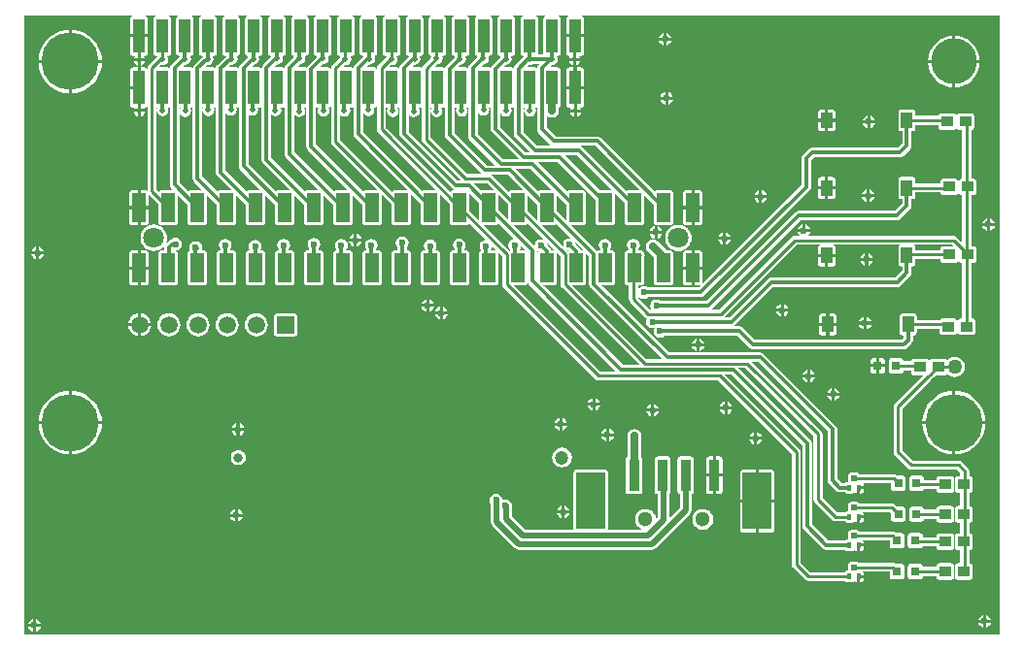
<source format=gtl>
G04 Layer_Physical_Order=1*
G04 Layer_Color=255*
%FSLAX42Y42*%
%MOMM*%
G71*
G01*
G75*
%ADD10R,0.37X0.50*%
%ADD11R,0.47X0.50*%
%ADD12R,1.00X1.40*%
%ADD13R,1.00X0.95*%
%ADD14R,1.00X3.00*%
%ADD15R,0.80X0.80*%
%ADD16R,2.50X5.00*%
%ADD17R,0.90X2.80*%
%ADD18R,1.20X2.50*%
%ADD19C,0.31*%
%ADD20C,0.25*%
%ADD21C,0.70*%
%ADD22C,0.50*%
%ADD23C,5.00*%
%ADD24C,4.00*%
%ADD25C,1.20*%
%ADD26C,0.80*%
%ADD27C,1.50*%
%ADD28R,1.50X1.50*%
%ADD29C,1.30*%
%ADD30C,1.80*%
%ADD31C,0.60*%
%ADD32C,0.51*%
%ADD33C,1.27*%
G36*
X5467Y5408D02*
X5470Y5395D01*
X5471Y5392D01*
X5480Y5379D01*
X5582Y5277D01*
X5591Y5270D01*
X5593Y5269D01*
X5466D01*
X5349Y5386D01*
Y5599D01*
X5350Y5599D01*
X5362D01*
X5358Y5593D01*
X5354Y5573D01*
X5358Y5553D01*
X5369Y5536D01*
X5386Y5525D01*
X5406Y5521D01*
X5426Y5525D01*
X5443Y5536D01*
X5454Y5553D01*
X5458Y5573D01*
X5454Y5593D01*
X5450Y5599D01*
X5450D01*
X5460Y5601D01*
X5467Y5606D01*
Y5408D01*
D02*
G37*
G36*
X5265Y5369D02*
X5268Y5356D01*
X5268Y5353D01*
X5278Y5340D01*
X5406Y5211D01*
X5365D01*
X5147Y5429D01*
Y5555D01*
X5147Y5553D01*
X5158Y5536D01*
X5175Y5525D01*
X5195Y5521D01*
X5215Y5525D01*
X5232Y5536D01*
X5243Y5553D01*
X5247Y5573D01*
X5243Y5593D01*
X5239Y5599D01*
X5250D01*
X5260Y5601D01*
X5265Y5605D01*
Y5369D01*
D02*
G37*
G36*
X2267Y4925D02*
X2270Y4912D01*
X2271Y4909D01*
X2280Y4895D01*
X2298Y4877D01*
X2194D01*
X2184Y4875D01*
X2176Y4869D01*
X2172Y4863D01*
X2151Y4884D01*
X2150Y5599D01*
X2159D01*
X2156Y5595D01*
X2152Y5575D01*
X2156Y5555D01*
X2167Y5538D01*
X2184Y5527D01*
X2204Y5523D01*
X2224Y5527D01*
X2241Y5538D01*
X2252Y5555D01*
X2256Y5575D01*
X2252Y5595D01*
X2249Y5599D01*
X2250D01*
X2260Y5601D01*
X2267Y5606D01*
Y4925D01*
D02*
G37*
G36*
X2667Y5033D02*
X2670Y5020D01*
X2671Y5017D01*
X2680Y5003D01*
X2806Y4877D01*
X2702D01*
X2692Y4875D01*
X2684Y4869D01*
X2681Y4866D01*
X2551Y4996D01*
Y5599D01*
X2557D01*
X2555Y5597D01*
X2551Y5577D01*
X2555Y5557D01*
X2566Y5540D01*
X2583Y5529D01*
X2603Y5525D01*
X2623Y5529D01*
X2640Y5540D01*
X2651Y5557D01*
X2655Y5577D01*
X2651Y5597D01*
X2649Y5599D01*
X2650D01*
X2660Y5601D01*
X2667Y5606D01*
Y5033D01*
D02*
G37*
G36*
X3267Y5195D02*
X3270Y5182D01*
X3271Y5179D01*
X3280Y5165D01*
X3568Y4877D01*
X3464D01*
X3454Y4875D01*
X3446Y4869D01*
X3443Y4866D01*
X3151Y5158D01*
Y5538D01*
X3167Y5527D01*
X3187Y5523D01*
X3207Y5527D01*
X3224Y5538D01*
X3235Y5555D01*
X3239Y5575D01*
X3235Y5595D01*
X3232Y5599D01*
X3250D01*
X3260Y5601D01*
X3267Y5606D01*
Y5195D01*
D02*
G37*
G36*
X4867Y5352D02*
X4870Y5339D01*
X4871Y5336D01*
X4880Y5322D01*
X5108Y5094D01*
X5029D01*
X4749Y5374D01*
Y5599D01*
X4750Y5599D01*
X4768D01*
X4764Y5593D01*
X4760Y5573D01*
X4764Y5553D01*
X4775Y5536D01*
X4792Y5525D01*
X4812Y5521D01*
X4832Y5525D01*
X4849Y5536D01*
X4860Y5553D01*
X4864Y5573D01*
X4860Y5593D01*
X4855Y5600D01*
X4860Y5601D01*
X4867Y5606D01*
Y5352D01*
D02*
G37*
G36*
X2467Y4979D02*
X2470Y4966D01*
X2471Y4963D01*
X2480Y4949D01*
X2552Y4877D01*
X2448D01*
X2438Y4875D01*
X2430Y4869D01*
X2427Y4866D01*
X2351Y4942D01*
Y5561D01*
X2353Y5549D01*
X2364Y5532D01*
X2381Y5521D01*
X2401Y5517D01*
X2421Y5521D01*
X2438Y5532D01*
X2449Y5549D01*
X2453Y5569D01*
X2449Y5589D01*
X2443Y5598D01*
Y5599D01*
X2450D01*
X2460Y5601D01*
X2467Y5606D01*
Y4979D01*
D02*
G37*
G36*
X4665Y5357D02*
X4668Y5344D01*
X4668Y5341D01*
X4678Y5328D01*
X4983Y5023D01*
X4988Y5019D01*
X4859D01*
X4540Y5338D01*
Y5565D01*
X4543Y5548D01*
X4554Y5531D01*
X4571Y5520D01*
X4591Y5516D01*
X4611Y5520D01*
X4628Y5531D01*
X4639Y5548D01*
X4643Y5568D01*
X4639Y5588D01*
X4633Y5597D01*
Y5599D01*
X4650D01*
X4660Y5601D01*
X4665Y5605D01*
Y5357D01*
D02*
G37*
G36*
X4267Y5370D02*
X4270Y5357D01*
X4271Y5354D01*
X4280Y5341D01*
X4733Y4888D01*
X4746Y4878D01*
X4754Y4877D01*
X4734D01*
X4724Y4875D01*
X4716Y4869D01*
X4712Y4863D01*
X4151Y5424D01*
Y5599D01*
X4169D01*
Y5598D01*
X4163Y5589D01*
X4159Y5569D01*
X4163Y5549D01*
X4174Y5532D01*
X4191Y5521D01*
X4211Y5517D01*
X4231Y5521D01*
X4248Y5532D01*
X4259Y5549D01*
X4263Y5569D01*
X4259Y5589D01*
X4253Y5598D01*
Y5600D01*
X4260Y5601D01*
X4267Y5606D01*
Y5370D01*
D02*
G37*
G36*
X3867Y5366D02*
X3871Y5350D01*
X3880Y5337D01*
X3882Y5335D01*
X4340Y4877D01*
X4226D01*
X4216Y4875D01*
X4208Y4869D01*
X4204Y4863D01*
X3751Y5316D01*
Y5537D01*
X3751Y5536D01*
X3768Y5525D01*
X3788Y5521D01*
X3808Y5525D01*
X3825Y5536D01*
X3836Y5553D01*
X3840Y5573D01*
X3836Y5593D01*
X3832Y5599D01*
X3850D01*
X3860Y5601D01*
X3867Y5606D01*
Y5366D01*
D02*
G37*
G36*
X3673Y5300D02*
X3676Y5285D01*
X3684Y5273D01*
X4080Y4877D01*
X3972D01*
X3962Y4875D01*
X3954Y4869D01*
X3951Y4866D01*
X3542Y5275D01*
Y5601D01*
X3550Y5599D01*
X3562D01*
X3558Y5593D01*
X3554Y5573D01*
X3558Y5553D01*
X3569Y5536D01*
X3586Y5525D01*
X3606Y5521D01*
X3626Y5525D01*
X3643Y5536D01*
X3654Y5553D01*
X3658Y5573D01*
X3654Y5593D01*
X3650Y5599D01*
X3650D01*
X3660Y5601D01*
X3668Y5607D01*
X3673Y5614D01*
Y5300D01*
D02*
G37*
G36*
X3354Y5595D02*
X3351Y5590D01*
Y5599D01*
X3354D01*
Y5595D01*
D02*
G37*
G36*
X4953Y5599D02*
X4951Y5587D01*
Y5599D01*
X4953D01*
X4953Y5599D01*
D02*
G37*
G36*
X5150Y5599D02*
X5151D01*
X5147Y5593D01*
X5147Y5591D01*
Y5600D01*
X5150Y5599D01*
D02*
G37*
G36*
X3951Y5597D02*
X3951Y5595D01*
Y5599D01*
X3953D01*
X3951Y5597D01*
D02*
G37*
G36*
X2752Y5599D02*
X2751Y5592D01*
Y5599D01*
X2752D01*
X2752Y5599D01*
D02*
G37*
G36*
X2359Y5598D02*
X2353Y5589D01*
X2351Y5577D01*
Y5599D01*
X2359D01*
Y5598D01*
D02*
G37*
G36*
X2867Y5087D02*
X2870Y5074D01*
X2871Y5071D01*
X2880Y5057D01*
X3060Y4877D01*
X2956D01*
X2946Y4875D01*
X2938Y4869D01*
X2935Y4866D01*
X2751Y5050D01*
Y5566D01*
X2752Y5559D01*
X2763Y5542D01*
X2780Y5531D01*
X2800Y5527D01*
X2820Y5531D01*
X2837Y5542D01*
X2848Y5559D01*
X2852Y5579D01*
X2848Y5599D01*
X2848Y5599D01*
X2850D01*
X2860Y5601D01*
X2867Y5606D01*
Y5087D01*
D02*
G37*
G36*
X4073Y5408D02*
X4076Y5393D01*
X4084Y5381D01*
X4588Y4877D01*
X4480D01*
X4470Y4875D01*
X4464Y4871D01*
X3951Y5384D01*
Y5559D01*
X3951Y5557D01*
X3962Y5540D01*
X3979Y5529D01*
X3999Y5525D01*
X4019Y5529D01*
X4036Y5540D01*
X4047Y5557D01*
X4051Y5577D01*
X4047Y5597D01*
X4045Y5599D01*
X4050D01*
X4060Y5601D01*
X4068Y5607D01*
X4073Y5614D01*
Y5408D01*
D02*
G37*
G36*
X3067Y5141D02*
X3070Y5128D01*
X3071Y5125D01*
X3080Y5111D01*
X3314Y4877D01*
X3210D01*
X3200Y4875D01*
X3192Y4869D01*
X3189Y4866D01*
X2951Y5104D01*
Y5541D01*
X2966Y5531D01*
X2986Y5527D01*
X3006Y5531D01*
X3023Y5542D01*
X3034Y5559D01*
X3038Y5579D01*
X3034Y5599D01*
X3034Y5599D01*
X3050D01*
X3060Y5601D01*
X3067Y5606D01*
Y5141D01*
D02*
G37*
G36*
X4540Y5601D02*
X4549Y5599D01*
Y5597D01*
X4543Y5588D01*
X4540Y5571D01*
Y5601D01*
X4540Y5601D01*
D02*
G37*
G36*
X5063Y5412D02*
X5066Y5399D01*
X5066Y5396D01*
X5076Y5383D01*
X5308Y5150D01*
X5170D01*
X4951Y5369D01*
Y5571D01*
X4953Y5559D01*
X4964Y5542D01*
X4981Y5531D01*
X5001Y5527D01*
X5021Y5531D01*
X5038Y5542D01*
X5049Y5559D01*
X5053Y5579D01*
X5049Y5599D01*
X5049Y5599D01*
X5050D01*
X5060Y5601D01*
X5063Y5603D01*
Y5412D01*
D02*
G37*
G36*
X4462Y5322D02*
X4465Y5307D01*
X4474Y5295D01*
X4809Y4959D01*
X4779D01*
X4351Y5387D01*
Y5540D01*
X4356Y5531D01*
X4373Y5520D01*
X4393Y5516D01*
X4413Y5520D01*
X4430Y5531D01*
X4441Y5548D01*
X4445Y5568D01*
X4441Y5588D01*
X4435Y5597D01*
Y5599D01*
X4450D01*
X4460Y5601D01*
X4462Y5603D01*
Y5322D01*
D02*
G37*
G36*
X5624Y4349D02*
X5616Y4351D01*
X5591D01*
X5589Y4361D01*
X5589Y4364D01*
X5579Y4377D01*
X5560Y4397D01*
X5556Y4416D01*
X5554Y4419D01*
X5624Y4349D01*
D02*
G37*
G36*
X5116D02*
X5108Y4351D01*
X5064D01*
X5074Y4366D01*
X5078Y4387D01*
X5116Y4349D01*
D02*
G37*
G36*
X5873Y4350D02*
X5870Y4351D01*
X5850D01*
X5849Y4359D01*
X5839Y4372D01*
X5806Y4406D01*
X5803Y4420D01*
X5873Y4350D01*
D02*
G37*
G36*
X5529Y4444D02*
X5526Y4446D01*
X5504Y4450D01*
X5482Y4446D01*
X5464Y4434D01*
X5452Y4416D01*
X5448Y4394D01*
X5448Y4390D01*
X5263Y4575D01*
X5362D01*
X5372Y4577D01*
X5380Y4583D01*
X5384Y4589D01*
X5529Y4444D01*
D02*
G37*
G36*
X5387Y4071D02*
X5397Y4058D01*
X6157Y3297D01*
X6021D01*
X5269Y4049D01*
X5362D01*
X5372Y4051D01*
X5380Y4057D01*
X5386Y4065D01*
X5387Y4072D01*
X5387Y4071D01*
D02*
G37*
G36*
X5371Y4349D02*
X5362Y4351D01*
X5315D01*
Y4359D01*
X5325Y4374D01*
X5329Y4392D01*
X5371Y4349D01*
D02*
G37*
G36*
X5921Y4302D02*
Y4058D01*
X5924Y4045D01*
X5925Y4042D01*
X5934Y4029D01*
X6558Y3404D01*
X6422D01*
X5777Y4049D01*
X5870D01*
X5880Y4051D01*
X5888Y4057D01*
X5894Y4065D01*
X5896Y4075D01*
Y4325D01*
X5895Y4328D01*
X5921Y4302D01*
D02*
G37*
G36*
X5479Y4344D02*
X5478Y4343D01*
X5472Y4335D01*
X5470Y4325D01*
Y4102D01*
X5468Y4104D01*
Y4352D01*
X5479Y4344D01*
D02*
G37*
G36*
X5673Y4300D02*
Y4059D01*
X5676Y4044D01*
X5684Y4032D01*
X6363Y3354D01*
X6219D01*
X5523Y4049D01*
X5616D01*
X5626Y4051D01*
X5634Y4057D01*
X5640Y4065D01*
X5642Y4075D01*
Y4325D01*
X5640Y4333D01*
X5673Y4300D01*
D02*
G37*
G36*
X5740Y4349D02*
X5736Y4346D01*
X5733Y4350D01*
X5740Y4349D01*
D02*
G37*
G36*
X5269Y4452D02*
X5251Y4448D01*
X5233Y4436D01*
X5221Y4418D01*
X5217Y4396D01*
X5221Y4374D01*
X5231Y4359D01*
Y4348D01*
X5228Y4346D01*
X5000Y4575D01*
X5108D01*
X5118Y4577D01*
X5126Y4583D01*
X5131Y4589D01*
X5269Y4452D01*
D02*
G37*
G36*
X6362Y4877D02*
X6258D01*
X6248Y4875D01*
X6245Y4873D01*
X5861Y5256D01*
X5850Y5264D01*
X5975D01*
X6362Y4877D01*
D02*
G37*
G36*
X5600D02*
X5496D01*
X5486Y4875D01*
X5478Y4869D01*
X5475Y4866D01*
X5275Y5066D01*
X5411D01*
X5600Y4877D01*
D02*
G37*
G36*
X5096D02*
X4988D01*
X4978Y4875D01*
X4976Y4874D01*
X4909Y4941D01*
X5032D01*
X5096Y4877D01*
D02*
G37*
G36*
X3458Y5258D02*
X3461Y5245D01*
X3461Y5242D01*
X3471Y5229D01*
X3822Y4877D01*
X3718D01*
X3708Y4875D01*
X3700Y4869D01*
X3697Y4866D01*
X3351Y5212D01*
Y5542D01*
X3359Y5529D01*
X3376Y5518D01*
X3396Y5514D01*
X3416Y5518D01*
X3433Y5529D01*
X3444Y5546D01*
X3448Y5566D01*
X3444Y5586D01*
X3438Y5595D01*
Y5599D01*
X3450D01*
X3458Y5601D01*
Y5258D01*
D02*
G37*
G36*
X6123Y4877D02*
X6016D01*
X5708Y5185D01*
X5815D01*
X6123Y4877D01*
D02*
G37*
G36*
X5130Y5010D02*
X5213D01*
X5346Y4877D01*
X5242D01*
X5232Y4875D01*
X5224Y4869D01*
X5220Y4863D01*
X5075Y5007D01*
X5071Y5010D01*
X5128D01*
X5130Y5010D01*
D02*
G37*
G36*
X4962Y4770D02*
Y4613D01*
X4880Y4695D01*
Y4851D01*
X4880Y4852D01*
X4962Y4770D01*
D02*
G37*
G36*
X5767Y4456D02*
X5750Y4459D01*
X5728Y4455D01*
X5710Y4443D01*
X5698Y4425D01*
X5694Y4403D01*
X5697Y4386D01*
X5508Y4575D01*
X5616D01*
X5626Y4577D01*
X5634Y4583D01*
X5637Y4586D01*
X5767Y4456D01*
D02*
G37*
G36*
X5470Y4753D02*
Y4613D01*
X5388Y4695D01*
Y4835D01*
X5470Y4753D01*
D02*
G37*
G36*
X5216Y4757D02*
Y4622D01*
X5134Y4704D01*
Y4839D01*
X5216Y4757D01*
D02*
G37*
G36*
X5724Y4753D02*
Y4617D01*
X5642Y4699D01*
Y4835D01*
X5724Y4753D01*
D02*
G37*
G36*
X4740Y6399D02*
X4732Y6393D01*
X4726Y6385D01*
X4724Y6375D01*
Y6075D01*
X4726Y6065D01*
X4732Y6057D01*
X4740Y6051D01*
X4750Y6049D01*
X4752D01*
X4748Y6044D01*
X4747Y6039D01*
X4678Y5969D01*
X4668Y5956D01*
X4668Y5953D01*
X4666Y5945D01*
X4660Y5949D01*
X4650Y5951D01*
X4573D01*
X4597Y5975D01*
X4613Y5978D01*
X4630Y5989D01*
X4641Y6006D01*
X4645Y6026D01*
X4641Y6046D01*
X4639Y6049D01*
X4650D01*
X4660Y6051D01*
X4668Y6057D01*
X4674Y6065D01*
X4676Y6075D01*
Y6375D01*
X4674Y6385D01*
X4668Y6393D01*
X4660Y6399D01*
X4655Y6400D01*
X4745D01*
X4740Y6399D01*
D02*
G37*
G36*
X5340D02*
X5332Y6393D01*
X5326Y6385D01*
X5324Y6375D01*
Y6075D01*
X5326Y6065D01*
X5332Y6057D01*
X5340Y6051D01*
X5350Y6049D01*
X5355D01*
X5350Y6042D01*
X5278Y5969D01*
X5268Y5956D01*
X5268Y5953D01*
X5266Y5945D01*
X5260Y5949D01*
X5250Y5951D01*
X5177D01*
X5199Y5973D01*
X5215Y5976D01*
X5232Y5987D01*
X5243Y6004D01*
X5247Y6024D01*
X5243Y6044D01*
X5239Y6049D01*
X5250D01*
X5260Y6051D01*
X5268Y6057D01*
X5274Y6065D01*
X5276Y6075D01*
Y6375D01*
X5274Y6385D01*
X5268Y6393D01*
X5260Y6399D01*
X5255Y6400D01*
X5345D01*
X5340Y6399D01*
D02*
G37*
G36*
X3540D02*
X3532Y6393D01*
X3526Y6385D01*
X3524Y6375D01*
Y6075D01*
X3526Y6065D01*
X3532Y6057D01*
X3540Y6051D01*
X3550Y6049D01*
X3552D01*
X3550Y6046D01*
X3549Y6041D01*
X3471Y5962D01*
X3461Y5949D01*
X3461Y5948D01*
X3460Y5949D01*
X3450Y5951D01*
X3377D01*
X3402Y5976D01*
X3415Y5978D01*
X3432Y5989D01*
X3443Y6006D01*
X3447Y6026D01*
X3443Y6046D01*
X3441Y6049D01*
X3450D01*
X3460Y6051D01*
X3468Y6057D01*
X3474Y6065D01*
X3476Y6075D01*
Y6375D01*
X3474Y6385D01*
X3468Y6393D01*
X3460Y6399D01*
X3455Y6400D01*
X3545D01*
X3540Y6399D01*
D02*
G37*
G36*
X5140D02*
X5132Y6393D01*
X5126Y6385D01*
X5124Y6375D01*
Y6075D01*
X5126Y6065D01*
X5132Y6057D01*
X5140Y6051D01*
X5150Y6049D01*
X5151D01*
X5147Y6044D01*
X5146Y6038D01*
X5076Y5967D01*
X5066Y5954D01*
X5066Y5951D01*
X5065Y5946D01*
X5060Y5949D01*
X5050Y5951D01*
X4977D01*
X5002Y5976D01*
X5015Y5978D01*
X5032Y5989D01*
X5043Y6006D01*
X5047Y6026D01*
X5043Y6046D01*
X5041Y6049D01*
X5050D01*
X5060Y6051D01*
X5068Y6057D01*
X5074Y6065D01*
X5076Y6075D01*
Y6375D01*
X5074Y6385D01*
X5068Y6393D01*
X5060Y6399D01*
X5055Y6400D01*
X5145D01*
X5140Y6399D01*
D02*
G37*
G36*
X4140D02*
X4132Y6393D01*
X4126Y6385D01*
X4124Y6375D01*
Y6075D01*
X4126Y6065D01*
X4132Y6057D01*
X4140Y6051D01*
X4150Y6049D01*
X4159D01*
X4157Y6046D01*
X4084Y5973D01*
X4076Y5961D01*
X4073Y5946D01*
Y5936D01*
X4068Y5943D01*
X4060Y5949D01*
X4050Y5951D01*
X3977D01*
X3999Y5973D01*
X4004Y5972D01*
X4024Y5976D01*
X4041Y5987D01*
X4052Y6004D01*
X4056Y6024D01*
X4052Y6044D01*
X4048Y6049D01*
X4050D01*
X4060Y6051D01*
X4068Y6057D01*
X4074Y6065D01*
X4076Y6075D01*
Y6375D01*
X4074Y6385D01*
X4068Y6393D01*
X4060Y6399D01*
X4055Y6400D01*
X4145D01*
X4140Y6399D01*
D02*
G37*
G36*
X3140D02*
X3132Y6393D01*
X3126Y6385D01*
X3124Y6375D01*
Y6075D01*
X3126Y6065D01*
X3132Y6057D01*
X3140Y6051D01*
X3150Y6049D01*
X3155D01*
X3153Y6046D01*
X3153Y6045D01*
X3080Y5971D01*
X3071Y5958D01*
X3070Y5955D01*
X3068Y5944D01*
X3060Y5949D01*
X3050Y5951D01*
X2977D01*
X2999Y5973D01*
X3014Y5976D01*
X3031Y5987D01*
X3042Y6004D01*
X3046Y6024D01*
X3042Y6044D01*
X3038Y6049D01*
X3050D01*
X3060Y6051D01*
X3068Y6057D01*
X3074Y6065D01*
X3076Y6075D01*
Y6375D01*
X3074Y6385D01*
X3068Y6393D01*
X3060Y6399D01*
X3055Y6400D01*
X3145D01*
X3140Y6399D01*
D02*
G37*
G36*
X4940D02*
X4932Y6393D01*
X4926Y6385D01*
X4924Y6375D01*
Y6075D01*
X4926Y6065D01*
X4932Y6057D01*
X4940Y6051D01*
X4949Y6049D01*
X4947Y6046D01*
X4945Y6037D01*
X4880Y5971D01*
X4871Y5958D01*
X4870Y5955D01*
X4868Y5944D01*
X4860Y5949D01*
X4850Y5951D01*
X4777D01*
X4799Y5973D01*
X4816Y5976D01*
X4833Y5987D01*
X4844Y6004D01*
X4848Y6024D01*
X4844Y6044D01*
X4840Y6049D01*
X4850D01*
X4860Y6051D01*
X4868Y6057D01*
X4874Y6065D01*
X4876Y6075D01*
Y6375D01*
X4874Y6385D01*
X4868Y6393D01*
X4860Y6399D01*
X4855Y6400D01*
X4945D01*
X4940Y6399D01*
D02*
G37*
G36*
X2940D02*
X2932Y6393D01*
X2926Y6385D01*
X2924Y6375D01*
Y6075D01*
X2926Y6065D01*
X2932Y6057D01*
X2940Y6051D01*
X2950Y6049D01*
X2946Y6044D01*
X2945Y6037D01*
X2880Y5971D01*
X2871Y5958D01*
X2870Y5955D01*
X2868Y5944D01*
X2860Y5949D01*
X2850Y5951D01*
X2777D01*
X2800Y5973D01*
X2806Y5972D01*
X2826Y5976D01*
X2843Y5987D01*
X2854Y6004D01*
X2858Y6024D01*
X2854Y6044D01*
X2850Y6049D01*
X2860Y6051D01*
X2868Y6057D01*
X2874Y6065D01*
X2876Y6075D01*
Y6375D01*
X2874Y6385D01*
X2868Y6393D01*
X2860Y6399D01*
X2855Y6400D01*
X2945D01*
X2940Y6399D01*
D02*
G37*
G36*
X4340D02*
X4332Y6393D01*
X4326Y6385D01*
X4324Y6375D01*
Y6075D01*
X4326Y6065D01*
X4332Y6057D01*
X4340Y6051D01*
X4350Y6049D01*
X4356D01*
X4280Y5973D01*
X4271Y5959D01*
X4270Y5956D01*
X4268Y5944D01*
X4260Y5949D01*
X4250Y5951D01*
X4172D01*
X4193Y5972D01*
X4202Y5970D01*
X4222Y5974D01*
X4239Y5985D01*
X4250Y6002D01*
X4254Y6022D01*
X4250Y6042D01*
X4245Y6049D01*
X4250D01*
X4260Y6051D01*
X4268Y6057D01*
X4274Y6065D01*
X4276Y6075D01*
Y6375D01*
X4274Y6385D01*
X4268Y6393D01*
X4260Y6399D01*
X4255Y6400D01*
X4345D01*
X4340Y6399D01*
D02*
G37*
G36*
X5540D02*
X5532Y6393D01*
X5526Y6385D01*
X5524Y6375D01*
Y6075D01*
X5526Y6065D01*
X5527Y6064D01*
X5473D01*
X5474Y6065D01*
X5476Y6075D01*
Y6375D01*
X5474Y6385D01*
X5468Y6393D01*
X5460Y6399D01*
X5455Y6400D01*
X5545D01*
X5540Y6399D01*
D02*
G37*
G36*
X2540D02*
X2532Y6393D01*
X2526Y6385D01*
X2524Y6375D01*
Y6075D01*
X2526Y6065D01*
X2532Y6057D01*
X2540Y6051D01*
X2550Y6049D01*
X2554D01*
X2549Y6042D01*
X2549Y6041D01*
X2480Y5971D01*
X2471Y5958D01*
X2470Y5955D01*
X2468Y5944D01*
X2460Y5949D01*
X2450Y5951D01*
X2377D01*
X2399Y5972D01*
X2400Y5972D01*
X2420Y5976D01*
X2437Y5987D01*
X2448Y6004D01*
X2452Y6024D01*
X2448Y6044D01*
X2444Y6049D01*
X2450D01*
X2460Y6051D01*
X2468Y6057D01*
X2474Y6065D01*
X2476Y6075D01*
Y6375D01*
X2474Y6385D01*
X2468Y6393D01*
X2460Y6399D01*
X2455Y6400D01*
X2545D01*
X2540Y6399D01*
D02*
G37*
G36*
X5480Y5971D02*
X5471Y5958D01*
X5470Y5955D01*
X5468Y5944D01*
X5460Y5949D01*
X5450Y5951D01*
X5377D01*
X5397Y5970D01*
X5398Y5970D01*
X5418Y5974D01*
X5427Y5980D01*
X5488D01*
X5480Y5971D01*
D02*
G37*
G36*
X2740Y6399D02*
X2732Y6393D01*
X2726Y6385D01*
X2724Y6375D01*
Y6075D01*
X2726Y6065D01*
X2732Y6057D01*
X2740Y6051D01*
X2750Y6049D01*
X2757D01*
X2680Y5971D01*
X2671Y5958D01*
X2670Y5955D01*
X2668Y5944D01*
X2660Y5949D01*
X2650Y5951D01*
X2577D01*
X2596Y5970D01*
X2597Y5970D01*
X2617Y5974D01*
X2634Y5985D01*
X2645Y6002D01*
X2649Y6022D01*
X2645Y6042D01*
X2640Y6049D01*
X2650D01*
X2660Y6051D01*
X2668Y6057D01*
X2674Y6065D01*
X2676Y6075D01*
Y6375D01*
X2674Y6385D01*
X2668Y6393D01*
X2660Y6399D01*
X2655Y6400D01*
X2745D01*
X2740Y6399D01*
D02*
G37*
G36*
X2340D02*
X2332Y6393D01*
X2326Y6385D01*
X2324Y6375D01*
Y6075D01*
X2326Y6065D01*
X2332Y6057D01*
X2340Y6051D01*
X2350Y6049D01*
X2356D01*
X2352Y6044D01*
X2280Y5971D01*
X2271Y5958D01*
X2270Y5955D01*
X2268Y5944D01*
X2260Y5949D01*
X2250Y5951D01*
X2170D01*
X2189Y5970D01*
X2202Y5967D01*
X2222Y5971D01*
X2239Y5982D01*
X2250Y5999D01*
X2254Y6019D01*
X2250Y6039D01*
X2243Y6049D01*
X2250D01*
X2260Y6051D01*
X2268Y6057D01*
X2274Y6065D01*
X2276Y6075D01*
Y6375D01*
X2274Y6385D01*
X2268Y6393D01*
X2260Y6399D01*
X2255Y6400D01*
X2345D01*
X2340Y6399D01*
D02*
G37*
G36*
X9500Y1000D02*
X1000D01*
Y6400D01*
X1945D01*
X1940Y6399D01*
X1932Y6393D01*
X1926Y6385D01*
X1924Y6375D01*
Y6238D01*
X2076D01*
Y6375D01*
X2074Y6385D01*
X2068Y6393D01*
X2060Y6399D01*
X2055Y6400D01*
X2145D01*
X2140Y6399D01*
X2132Y6393D01*
X2126Y6385D01*
X2124Y6375D01*
Y6075D01*
X2126Y6065D01*
X2132Y6057D01*
X2140Y6051D01*
X2150Y6049D01*
X2159D01*
X2156Y6046D01*
X2084Y5974D01*
X2084Y5974D01*
X2084Y5974D01*
X2079Y5968D01*
X2075Y5962D01*
X2075Y5962D01*
X2075Y5962D01*
X2074Y5954D01*
X2072Y5947D01*
X2072Y5947D01*
X2072Y5947D01*
X2072Y5938D01*
X2068Y5943D01*
X2060Y5949D01*
X2050Y5951D01*
X2013D01*
Y5775D01*
X2000D01*
Y5762D01*
X1924D01*
Y5625D01*
X1926Y5615D01*
X1932Y5607D01*
X1940Y5601D01*
X1950Y5599D01*
X1957D01*
X1953Y5593D01*
X1952Y5586D01*
X2050D01*
X2049Y5593D01*
X2045Y5599D01*
X2050D01*
X2060Y5601D01*
X2068Y5607D01*
X2072Y5613D01*
X2073Y4873D01*
X2070Y4875D01*
X2060Y4877D01*
X2013D01*
Y4739D01*
X2086D01*
Y4839D01*
X2168Y4757D01*
Y4601D01*
X2170Y4591D01*
X2176Y4583D01*
X2184Y4577D01*
X2194Y4575D01*
X2314D01*
X2324Y4577D01*
X2332Y4583D01*
X2338Y4591D01*
X2340Y4601D01*
Y4835D01*
X2422Y4753D01*
Y4601D01*
X2424Y4591D01*
X2430Y4583D01*
X2438Y4577D01*
X2448Y4575D01*
X2568D01*
X2578Y4577D01*
X2586Y4583D01*
X2592Y4591D01*
X2594Y4601D01*
Y4835D01*
X2676Y4753D01*
Y4601D01*
X2678Y4591D01*
X2684Y4583D01*
X2692Y4577D01*
X2702Y4575D01*
X2822D01*
X2832Y4577D01*
X2840Y4583D01*
X2846Y4591D01*
X2848Y4601D01*
Y4835D01*
X2930Y4753D01*
Y4601D01*
X2932Y4591D01*
X2938Y4583D01*
X2946Y4577D01*
X2956Y4575D01*
X3076D01*
X3086Y4577D01*
X3094Y4583D01*
X3100Y4591D01*
X3102Y4601D01*
Y4835D01*
X3184Y4753D01*
Y4601D01*
X3186Y4591D01*
X3192Y4583D01*
X3200Y4577D01*
X3210Y4575D01*
X3330D01*
X3340Y4577D01*
X3348Y4583D01*
X3354Y4591D01*
X3356Y4601D01*
Y4835D01*
X3438Y4753D01*
Y4601D01*
X3440Y4591D01*
X3446Y4583D01*
X3454Y4577D01*
X3464Y4575D01*
X3584D01*
X3594Y4577D01*
X3602Y4583D01*
X3608Y4591D01*
X3610Y4601D01*
Y4835D01*
X3692Y4753D01*
Y4601D01*
X3694Y4591D01*
X3700Y4583D01*
X3708Y4577D01*
X3718Y4575D01*
X3838D01*
X3848Y4577D01*
X3856Y4583D01*
X3862Y4591D01*
X3864Y4601D01*
Y4835D01*
X3946Y4753D01*
Y4601D01*
X3948Y4591D01*
X3954Y4583D01*
X3962Y4577D01*
X3972Y4575D01*
X4092D01*
X4102Y4577D01*
X4110Y4583D01*
X4116Y4591D01*
X4118Y4601D01*
Y4839D01*
X4200Y4757D01*
Y4601D01*
X4202Y4591D01*
X4208Y4583D01*
X4216Y4577D01*
X4226Y4575D01*
X4346D01*
X4356Y4577D01*
X4364Y4583D01*
X4370Y4591D01*
X4372Y4601D01*
Y4845D01*
X4454Y4763D01*
Y4601D01*
X4456Y4591D01*
X4462Y4583D01*
X4470Y4577D01*
X4480Y4575D01*
X4600D01*
X4610Y4577D01*
X4618Y4583D01*
X4624Y4591D01*
X4626Y4601D01*
Y4839D01*
X4708Y4757D01*
Y4601D01*
X4710Y4591D01*
X4716Y4583D01*
X4724Y4577D01*
X4734Y4575D01*
X4854D01*
X4864Y4577D01*
X4872Y4583D01*
X4876Y4589D01*
X5021Y4444D01*
X5000Y4440D01*
X4982Y4428D01*
X4970Y4410D01*
X4966Y4388D01*
X4970Y4366D01*
X4980Y4351D01*
Y4349D01*
X4978Y4349D01*
X4970Y4343D01*
X4964Y4335D01*
X4962Y4325D01*
Y4075D01*
X4964Y4065D01*
X4970Y4057D01*
X4978Y4051D01*
X4988Y4049D01*
X5108D01*
X5118Y4051D01*
X5126Y4057D01*
X5132Y4065D01*
X5134Y4075D01*
Y4325D01*
X5132Y4333D01*
X5165Y4300D01*
Y4059D01*
X5168Y4044D01*
X5176Y4032D01*
X5977Y3231D01*
X5990Y3222D01*
X6005Y3219D01*
X7043D01*
X7689Y2574D01*
Y1610D01*
X7692Y1595D01*
X7700Y1583D01*
X7803Y1480D01*
X7815Y1472D01*
X7830Y1469D01*
X8151D01*
X8154Y1464D01*
X8162Y1459D01*
X8172Y1457D01*
X8209D01*
X8219Y1459D01*
X8227Y1464D01*
X8231Y1469D01*
X8234Y1464D01*
X8242Y1459D01*
X8252Y1457D01*
X8258D01*
Y1507D01*
X8271D01*
Y1520D01*
X8315D01*
Y1532D01*
X8313Y1542D01*
X8309Y1549D01*
X8539D01*
Y1511D01*
X8541Y1501D01*
X8547Y1493D01*
X8555Y1487D01*
X8565Y1485D01*
X8645D01*
X8655Y1487D01*
X8663Y1493D01*
X8669Y1501D01*
X8671Y1511D01*
Y1591D01*
X8669Y1601D01*
X8663Y1609D01*
X8655Y1615D01*
X8645Y1617D01*
X8593D01*
X8583Y1623D01*
X8568Y1626D01*
X8275D01*
X8272Y1631D01*
X8264Y1636D01*
X8254Y1638D01*
X8207D01*
X8197Y1636D01*
X8189Y1631D01*
X8183Y1622D01*
X8181Y1612D01*
Y1562D01*
X8182Y1558D01*
X8172D01*
X8162Y1556D01*
X8154Y1551D01*
X8151Y1546D01*
X7846D01*
X7766Y1626D01*
Y2590D01*
X7763Y2605D01*
X7755Y2617D01*
X7102Y3270D01*
X7162D01*
X7780Y2653D01*
Y1946D01*
X7782Y1933D01*
X7783Y1930D01*
X7792Y1917D01*
X7957Y1752D01*
X7971Y1742D01*
X7986Y1739D01*
X8153D01*
X8154Y1738D01*
X8162Y1732D01*
X8172Y1730D01*
X8209D01*
X8219Y1732D01*
X8227Y1738D01*
X8231Y1742D01*
X8234Y1738D01*
X8242Y1732D01*
X8252Y1730D01*
X8258D01*
Y1781D01*
X8271D01*
Y1794D01*
X8315D01*
Y1806D01*
X8313Y1816D01*
X8309Y1822D01*
X8539D01*
Y1781D01*
X8541Y1771D01*
X8547Y1763D01*
X8555Y1757D01*
X8565Y1755D01*
X8645D01*
X8655Y1757D01*
X8663Y1763D01*
X8669Y1771D01*
X8671Y1781D01*
Y1861D01*
X8669Y1871D01*
X8663Y1879D01*
X8655Y1885D01*
X8645Y1887D01*
X8594D01*
X8592Y1888D01*
X8580Y1897D01*
X8565Y1900D01*
X8275D01*
X8272Y1904D01*
X8264Y1910D01*
X8254Y1912D01*
X8207D01*
X8197Y1910D01*
X8189Y1904D01*
X8183Y1896D01*
X8181Y1886D01*
Y1836D01*
X8182Y1832D01*
X8172D01*
X8162Y1830D01*
X8154Y1824D01*
X8153Y1823D01*
X8004D01*
X7863Y1963D01*
Y2670D01*
X7860Y2686D01*
X7851Y2700D01*
X7224Y3327D01*
X7285D01*
X7878Y2733D01*
Y2178D01*
X7881Y2163D01*
X7890Y2150D01*
X8040Y2000D01*
X8053Y1992D01*
X8068Y1989D01*
X8151D01*
X8154Y1984D01*
X8162Y1979D01*
X8172Y1977D01*
X8209D01*
X8219Y1979D01*
X8227Y1984D01*
X8231Y1989D01*
X8234Y1984D01*
X8242Y1979D01*
X8252Y1977D01*
X8258D01*
Y2027D01*
X8271D01*
Y2040D01*
X8315D01*
Y2052D01*
X8313Y2062D01*
X8309Y2069D01*
X8542D01*
X8549Y2062D01*
Y2011D01*
X8551Y2001D01*
X8557Y1993D01*
X8565Y1987D01*
X8575Y1985D01*
X8655D01*
X8665Y1987D01*
X8673Y1993D01*
X8679Y2001D01*
X8681Y2011D01*
Y2091D01*
X8679Y2101D01*
X8673Y2109D01*
X8665Y2115D01*
X8655Y2117D01*
X8604D01*
X8586Y2135D01*
X8573Y2143D01*
X8558Y2146D01*
X8275D01*
X8272Y2151D01*
X8264Y2156D01*
X8254Y2158D01*
X8207D01*
X8197Y2156D01*
X8189Y2151D01*
X8183Y2142D01*
X8181Y2133D01*
Y2083D01*
X8182Y2078D01*
X8172D01*
X8162Y2076D01*
X8154Y2071D01*
X8151Y2066D01*
X8084D01*
X7956Y2194D01*
Y2749D01*
X7953Y2761D01*
X7953Y2764D01*
X7945Y2776D01*
X7344Y3377D01*
X7398D01*
X8001Y2775D01*
Y2345D01*
X8003Y2332D01*
X8004Y2329D01*
X8013Y2316D01*
X8076Y2253D01*
X8089Y2244D01*
X8092Y2243D01*
X8105Y2241D01*
X8153D01*
X8154Y2239D01*
X8162Y2234D01*
X8172Y2232D01*
X8209D01*
X8219Y2234D01*
X8227Y2239D01*
X8231Y2244D01*
X8234Y2239D01*
X8242Y2234D01*
X8252Y2232D01*
X8258D01*
Y2283D01*
X8271D01*
Y2295D01*
X8315D01*
Y2308D01*
X8313Y2317D01*
X8309Y2324D01*
X8549D01*
Y2281D01*
X8551Y2271D01*
X8557Y2263D01*
X8565Y2257D01*
X8575Y2255D01*
X8655D01*
X8665Y2257D01*
X8673Y2263D01*
X8679Y2271D01*
X8681Y2281D01*
Y2361D01*
X8679Y2371D01*
X8673Y2379D01*
X8665Y2385D01*
X8655Y2387D01*
X8604D01*
X8601Y2390D01*
X8588Y2398D01*
X8573Y2401D01*
X8275D01*
X8272Y2406D01*
X8264Y2411D01*
X8254Y2413D01*
X8207D01*
X8197Y2411D01*
X8189Y2406D01*
X8183Y2397D01*
X8181Y2388D01*
Y2338D01*
X8182Y2333D01*
X8172D01*
X8162Y2331D01*
X8154Y2326D01*
X8153Y2324D01*
X8122D01*
X8084Y2362D01*
Y2792D01*
X8082Y2805D01*
X8081Y2808D01*
X8072Y2821D01*
X7445Y3448D01*
X7431Y3458D01*
X7429Y3458D01*
X7415Y3461D01*
X6619D01*
X6031Y4049D01*
X6124D01*
X6134Y4051D01*
X6142Y4057D01*
X6148Y4065D01*
X6150Y4075D01*
Y4325D01*
X6148Y4335D01*
X6142Y4343D01*
X6134Y4349D01*
X6124Y4351D01*
X6102D01*
Y4361D01*
X6112Y4376D01*
X6116Y4398D01*
X6112Y4420D01*
X6100Y4438D01*
X6082Y4450D01*
X6060Y4454D01*
X6038Y4450D01*
X6020Y4438D01*
X6008Y4420D01*
X6004Y4398D01*
X6008Y4376D01*
X6018Y4361D01*
Y4351D01*
X6004D01*
X5994Y4349D01*
X5993Y4348D01*
X5993Y4348D01*
X5766Y4575D01*
X5870D01*
X5880Y4577D01*
X5888Y4583D01*
X5894Y4591D01*
X5896Y4601D01*
Y4851D01*
X5894Y4861D01*
X5888Y4869D01*
X5880Y4875D01*
X5870Y4877D01*
X5750D01*
X5740Y4875D01*
X5732Y4869D01*
X5729Y4866D01*
X5468Y5127D01*
X5648D01*
X5978Y4797D01*
Y4601D01*
X5980Y4591D01*
X5986Y4583D01*
X5994Y4577D01*
X6004Y4575D01*
X6124D01*
X6134Y4577D01*
X6142Y4583D01*
X6148Y4591D01*
X6150Y4601D01*
Y4850D01*
X6232Y4768D01*
Y4601D01*
X6234Y4591D01*
X6240Y4583D01*
X6248Y4577D01*
X6258Y4575D01*
X6378D01*
X6388Y4577D01*
X6396Y4583D01*
X6402Y4591D01*
X6404Y4601D01*
Y4835D01*
X6486Y4753D01*
Y4601D01*
X6488Y4591D01*
X6494Y4583D01*
X6502Y4577D01*
X6512Y4575D01*
X6632D01*
X6642Y4577D01*
X6650Y4583D01*
X6656Y4591D01*
X6658Y4601D01*
Y4851D01*
X6656Y4861D01*
X6650Y4869D01*
X6642Y4875D01*
X6632Y4877D01*
X6512D01*
X6502Y4875D01*
X6494Y4869D01*
X6491Y4866D01*
X6021Y5335D01*
X6008Y5345D01*
X6005Y5345D01*
X5992Y5348D01*
X5628D01*
X5551Y5425D01*
Y5532D01*
X5552Y5529D01*
X5572Y5516D01*
X5596Y5511D01*
X5620Y5516D01*
X5640Y5529D01*
X5653Y5549D01*
X5658Y5573D01*
Y5601D01*
X5660Y5601D01*
X5668Y5607D01*
X5674Y5615D01*
X5676Y5625D01*
Y5925D01*
X5674Y5935D01*
X5668Y5943D01*
X5660Y5949D01*
X5650Y5951D01*
X5577D01*
X5596Y5970D01*
X5616Y5974D01*
X5633Y5985D01*
X5644Y6002D01*
X5648Y6022D01*
X5644Y6042D01*
X5639Y6049D01*
X5650D01*
X5660Y6051D01*
X5668Y6057D01*
X5674Y6065D01*
X5676Y6075D01*
Y6375D01*
X5674Y6385D01*
X5668Y6393D01*
X5660Y6399D01*
X5655Y6400D01*
X5745D01*
X5740Y6399D01*
X5732Y6393D01*
X5726Y6385D01*
X5724Y6375D01*
Y6238D01*
X5876D01*
Y6375D01*
X5874Y6385D01*
X5868Y6393D01*
X5860Y6399D01*
X5855Y6400D01*
X9500D01*
Y1000D01*
D02*
G37*
G36*
X3940Y6399D02*
X3932Y6393D01*
X3926Y6385D01*
X3924Y6375D01*
Y6075D01*
X3926Y6065D01*
X3932Y6057D01*
X3940Y6051D01*
X3950Y6049D01*
X3957D01*
X3880Y5971D01*
X3871Y5958D01*
X3870Y5955D01*
X3868Y5944D01*
X3860Y5949D01*
X3850Y5951D01*
X3777D01*
X3796Y5970D01*
X3797Y5970D01*
X3817Y5974D01*
X3834Y5985D01*
X3845Y6002D01*
X3849Y6022D01*
X3845Y6042D01*
X3840Y6049D01*
X3850D01*
X3860Y6051D01*
X3868Y6057D01*
X3874Y6065D01*
X3876Y6075D01*
Y6375D01*
X3874Y6385D01*
X3868Y6393D01*
X3860Y6399D01*
X3855Y6400D01*
X3945D01*
X3940Y6399D01*
D02*
G37*
G36*
X3340D02*
X3332Y6393D01*
X3326Y6385D01*
X3324Y6375D01*
Y6075D01*
X3326Y6065D01*
X3332Y6057D01*
X3340Y6051D01*
X3349Y6049D01*
X3347Y6046D01*
X3345Y6037D01*
X3280Y5971D01*
X3271Y5958D01*
X3270Y5955D01*
X3268Y5944D01*
X3260Y5949D01*
X3250Y5951D01*
X3177D01*
X3200Y5974D01*
X3201Y5974D01*
X3221Y5978D01*
X3238Y5989D01*
X3249Y6006D01*
X3253Y6026D01*
X3249Y6046D01*
X3247Y6049D01*
X3250D01*
X3260Y6051D01*
X3268Y6057D01*
X3274Y6065D01*
X3276Y6075D01*
Y6375D01*
X3274Y6385D01*
X3268Y6393D01*
X3260Y6399D01*
X3255Y6400D01*
X3345D01*
X3340Y6399D01*
D02*
G37*
G36*
X4351Y5597D02*
X4351Y5596D01*
Y5599D01*
X4351D01*
Y5597D01*
D02*
G37*
G36*
X3740Y6399D02*
X3732Y6393D01*
X3726Y6385D01*
X3724Y6375D01*
Y6075D01*
X3726Y6065D01*
X3732Y6057D01*
X3740Y6051D01*
X3750Y6049D01*
X3754D01*
X3749Y6042D01*
X3747Y6031D01*
X3684Y5968D01*
X3676Y5956D01*
X3673Y5941D01*
Y5936D01*
X3668Y5943D01*
X3660Y5949D01*
X3650Y5951D01*
X3577D01*
X3601Y5975D01*
X3618Y5978D01*
X3635Y5989D01*
X3646Y6006D01*
X3650Y6026D01*
X3646Y6046D01*
X3644Y6049D01*
X3650D01*
X3660Y6051D01*
X3668Y6057D01*
X3674Y6065D01*
X3676Y6075D01*
Y6375D01*
X3674Y6385D01*
X3668Y6393D01*
X3660Y6399D01*
X3655Y6400D01*
X3745D01*
X3740Y6399D01*
D02*
G37*
G36*
X4540D02*
X4532Y6393D01*
X4526Y6385D01*
X4524Y6375D01*
Y6075D01*
X4526Y6065D01*
X4532Y6057D01*
X4540Y6051D01*
X4548Y6050D01*
X4545Y6046D01*
X4542Y6030D01*
X4474Y5961D01*
X4465Y5949D01*
X4465Y5946D01*
X4460Y5949D01*
X4450Y5951D01*
X4376D01*
X4398Y5973D01*
X4401Y5972D01*
X4421Y5976D01*
X4438Y5987D01*
X4449Y6004D01*
X4453Y6024D01*
X4449Y6044D01*
X4445Y6049D01*
X4450D01*
X4460Y6051D01*
X4468Y6057D01*
X4474Y6065D01*
X4476Y6075D01*
Y6375D01*
X4474Y6385D01*
X4468Y6393D01*
X4460Y6399D01*
X4455Y6400D01*
X4545D01*
X4540Y6399D01*
D02*
G37*
%LPC*%
G36*
X8315Y1495D02*
X8283D01*
Y1457D01*
X8289D01*
X8299Y1459D01*
X8307Y1464D01*
X8313Y1473D01*
X8315Y1482D01*
Y1495D01*
D02*
G37*
G36*
X9380Y1171D02*
Y1130D01*
X9421D01*
X9420Y1139D01*
X9407Y1157D01*
X9389Y1169D01*
X9380Y1171D01*
D02*
G37*
G36*
X9077Y1623D02*
X8977D01*
X8967Y1621D01*
X8959Y1616D01*
X8953Y1607D01*
X8951Y1598D01*
Y1590D01*
X8831D01*
Y1591D01*
X8829Y1601D01*
X8823Y1609D01*
X8815Y1615D01*
X8805Y1617D01*
X8725D01*
X8715Y1615D01*
X8707Y1609D01*
X8701Y1601D01*
X8699Y1591D01*
Y1511D01*
X8701Y1501D01*
X8707Y1493D01*
X8715Y1487D01*
X8725Y1485D01*
X8805D01*
X8815Y1487D01*
X8823Y1493D01*
X8829Y1501D01*
X8831Y1511D01*
Y1512D01*
X8951D01*
Y1502D01*
X8953Y1493D01*
X8959Y1484D01*
X8967Y1479D01*
X8977Y1477D01*
X9077D01*
X9087Y1479D01*
X9095Y1484D01*
X9101Y1493D01*
X9103Y1502D01*
Y1598D01*
X9101Y1607D01*
X9095Y1616D01*
X9087Y1621D01*
X9077Y1623D01*
D02*
G37*
G36*
X8315Y1768D02*
X8283D01*
Y1730D01*
X8289D01*
X8299Y1732D01*
X8307Y1738D01*
X8313Y1746D01*
X8315Y1756D01*
Y1768D01*
D02*
G37*
G36*
X8103Y3085D02*
X8062D01*
Y3044D01*
X8071Y3046D01*
X8089Y3058D01*
X8101Y3076D01*
X8103Y3085D01*
D02*
G37*
G36*
X8424Y3412D02*
X8397D01*
X8387Y3410D01*
X8379Y3404D01*
X8373Y3396D01*
X8371Y3386D01*
Y3359D01*
X8424D01*
Y3412D01*
D02*
G37*
G36*
X9107Y3426D02*
X9084Y3423D01*
X9062Y3414D01*
X9044Y3399D01*
X9040Y3395D01*
X9035Y3402D01*
X9027Y3407D01*
X9017Y3409D01*
X8917D01*
X8907Y3407D01*
X8899Y3402D01*
X8893Y3393D01*
X8891Y3383D01*
Y3324D01*
X8883Y3316D01*
Y3383D01*
X8881Y3393D01*
X8875Y3402D01*
X8867Y3407D01*
X8857Y3409D01*
X8757D01*
X8747Y3407D01*
X8739Y3402D01*
X8733Y3393D01*
X8731Y3385D01*
X8663D01*
Y3386D01*
X8661Y3396D01*
X8655Y3404D01*
X8647Y3410D01*
X8637Y3412D01*
X8557D01*
X8547Y3410D01*
X8539Y3404D01*
X8533Y3396D01*
X8531Y3386D01*
Y3306D01*
X8533Y3296D01*
X8539Y3288D01*
X8547Y3282D01*
X8557Y3280D01*
X8637D01*
X8647Y3282D01*
X8655Y3288D01*
X8661Y3296D01*
X8663Y3306D01*
Y3307D01*
X8731D01*
Y3288D01*
X8733Y3279D01*
X8739Y3270D01*
X8747Y3265D01*
X8757Y3263D01*
X8830D01*
X8587Y3019D01*
X8578Y3007D01*
X8575Y2992D01*
Y2594D01*
X8578Y2579D01*
X8587Y2567D01*
X8702Y2452D01*
X8714Y2443D01*
X8729Y2440D01*
X9127D01*
X9156Y2411D01*
Y2384D01*
X9135D01*
X9125Y2382D01*
X9117Y2377D01*
X9111Y2368D01*
X9109Y2358D01*
Y2264D01*
X9111Y2254D01*
X9117Y2245D01*
X9125Y2240D01*
X9135Y2238D01*
X9156D01*
Y2124D01*
X9135D01*
X9125Y2122D01*
X9117Y2116D01*
X9111Y2108D01*
X9109Y2098D01*
Y2003D01*
X9111Y1993D01*
X9117Y1984D01*
X9125Y1979D01*
X9135Y1977D01*
X9156D01*
Y1884D01*
X9135D01*
X9125Y1882D01*
X9117Y1877D01*
X9111Y1868D01*
X9109Y1858D01*
Y1764D01*
X9111Y1754D01*
X9117Y1745D01*
X9125Y1740D01*
X9135Y1738D01*
X9156D01*
Y1623D01*
X9137D01*
X9127Y1621D01*
X9119Y1616D01*
X9113Y1607D01*
X9111Y1598D01*
Y1502D01*
X9113Y1493D01*
X9119Y1484D01*
X9127Y1479D01*
X9137Y1477D01*
X9237D01*
X9247Y1479D01*
X9255Y1484D01*
X9261Y1493D01*
X9263Y1502D01*
Y1598D01*
X9261Y1607D01*
X9255Y1616D01*
X9247Y1621D01*
X9237Y1623D01*
X9234D01*
Y1738D01*
X9235D01*
X9245Y1740D01*
X9253Y1745D01*
X9259Y1754D01*
X9261Y1764D01*
Y1858D01*
X9259Y1868D01*
X9253Y1877D01*
X9245Y1882D01*
X9235Y1884D01*
X9234D01*
Y1977D01*
X9235D01*
X9245Y1979D01*
X9253Y1984D01*
X9259Y1993D01*
X9261Y2003D01*
Y2098D01*
X9259Y2108D01*
X9253Y2116D01*
X9245Y2122D01*
X9235Y2124D01*
X9234D01*
Y2238D01*
X9235D01*
X9245Y2240D01*
X9253Y2245D01*
X9259Y2254D01*
X9261Y2264D01*
Y2358D01*
X9259Y2368D01*
X9253Y2377D01*
X9245Y2382D01*
X9235Y2384D01*
X9234D01*
Y2427D01*
X9231Y2439D01*
X9231Y2442D01*
X9222Y2454D01*
X9170Y2506D01*
X9158Y2515D01*
X9143Y2518D01*
X8745D01*
X8653Y2610D01*
Y2976D01*
X8899Y3222D01*
X8900Y3223D01*
X8923Y3245D01*
X8923Y3246D01*
X8940Y3263D01*
X9017D01*
X9027Y3265D01*
X9035Y3270D01*
X9040Y3277D01*
X9044Y3273D01*
X9062Y3258D01*
X9084Y3249D01*
X9107Y3246D01*
X9130Y3249D01*
X9152Y3258D01*
X9170Y3273D01*
X9185Y3291D01*
X9194Y3313D01*
X9197Y3336D01*
X9194Y3359D01*
X9185Y3381D01*
X9170Y3399D01*
X9152Y3414D01*
X9130Y3423D01*
X9107Y3426D01*
D02*
G37*
G36*
X9355Y1171D02*
X9346Y1169D01*
X9328Y1157D01*
X9315Y1139D01*
X9314Y1130D01*
X9355D01*
Y1171D01*
D02*
G37*
G36*
X5975Y3064D02*
Y3023D01*
X6016D01*
X6014Y3032D01*
X6002Y3050D01*
X5984Y3062D01*
X5975Y3064D01*
D02*
G37*
G36*
X8477Y3412D02*
X8450D01*
Y3359D01*
X8503D01*
Y3386D01*
X8501Y3396D01*
X8495Y3404D01*
X8487Y3410D01*
X8477Y3412D01*
D02*
G37*
G36*
X8036Y3085D02*
X7995D01*
X7997Y3076D01*
X8009Y3058D01*
X8027Y3046D01*
X8036Y3044D01*
Y3085D01*
D02*
G37*
G36*
X8805Y1887D02*
X8725D01*
X8715Y1885D01*
X8707Y1879D01*
X8701Y1871D01*
X8699Y1861D01*
Y1781D01*
X8701Y1771D01*
X8707Y1763D01*
X8715Y1757D01*
X8725Y1755D01*
X8805D01*
X8815Y1757D01*
X8823Y1763D01*
X8829Y1771D01*
X8829Y1772D01*
X8949D01*
Y1764D01*
X8951Y1754D01*
X8957Y1745D01*
X8965Y1740D01*
X8975Y1738D01*
X9075D01*
X9085Y1740D01*
X9093Y1745D01*
X9099Y1754D01*
X9101Y1764D01*
Y1858D01*
X9099Y1868D01*
X9093Y1877D01*
X9085Y1882D01*
X9075Y1884D01*
X8975D01*
X8965Y1882D01*
X8957Y1877D01*
X8951Y1868D01*
X8949Y1858D01*
Y1850D01*
X8831D01*
Y1861D01*
X8829Y1871D01*
X8823Y1879D01*
X8815Y1885D01*
X8805Y1887D01*
D02*
G37*
G36*
X8315Y2015D02*
X8283D01*
Y1977D01*
X8289D01*
X8299Y1979D01*
X8307Y1984D01*
X8313Y1993D01*
X8315Y2002D01*
Y2015D01*
D02*
G37*
G36*
X7888Y3243D02*
X7847D01*
Y3202D01*
X7856Y3204D01*
X7874Y3216D01*
X7886Y3234D01*
X7888Y3243D01*
D02*
G37*
G36*
X8503Y3333D02*
X8450D01*
Y3280D01*
X8477D01*
X8487Y3282D01*
X8495Y3288D01*
X8501Y3296D01*
X8503Y3306D01*
Y3333D01*
D02*
G37*
G36*
X8424D02*
X8371D01*
Y3306D01*
X8373Y3296D01*
X8379Y3288D01*
X8387Y3282D01*
X8397Y3280D01*
X8424D01*
Y3333D01*
D02*
G37*
G36*
X7847Y3310D02*
Y3269D01*
X7888D01*
X7886Y3278D01*
X7874Y3296D01*
X7856Y3308D01*
X7847Y3310D01*
D02*
G37*
G36*
X7821D02*
X7812Y3308D01*
X7794Y3296D01*
X7782Y3278D01*
X7780Y3269D01*
X7821D01*
Y3310D01*
D02*
G37*
G36*
X8062Y3152D02*
Y3111D01*
X8103D01*
X8101Y3120D01*
X8089Y3138D01*
X8071Y3150D01*
X8062Y3152D01*
D02*
G37*
G36*
X7374Y2152D02*
X7236D01*
Y1915D01*
X7238Y1905D01*
X7244Y1897D01*
X7252Y1891D01*
X7262Y1889D01*
X7374D01*
Y2152D01*
D02*
G37*
G36*
X8036Y3152D02*
X8027Y3150D01*
X8009Y3138D01*
X7997Y3120D01*
X7995Y3111D01*
X8036D01*
Y3152D01*
D02*
G37*
G36*
X7538Y2152D02*
X7400D01*
Y1889D01*
X7512D01*
X7522Y1891D01*
X7530Y1897D01*
X7536Y1905D01*
X7538Y1915D01*
Y2152D01*
D02*
G37*
G36*
X7821Y3243D02*
X7780D01*
X7782Y3234D01*
X7794Y3216D01*
X7812Y3204D01*
X7821Y3202D01*
Y3243D01*
D02*
G37*
G36*
X2834Y2028D02*
X2793D01*
X2795Y2019D01*
X2807Y2001D01*
X2825Y1989D01*
X2834Y1987D01*
Y2028D01*
D02*
G37*
G36*
X8314Y3772D02*
X8305Y3770D01*
X8287Y3758D01*
X8275Y3740D01*
X8273Y3731D01*
X8314D01*
Y3772D01*
D02*
G37*
G36*
X8340D02*
Y3731D01*
X8381D01*
X8379Y3740D01*
X8367Y3758D01*
X8349Y3770D01*
X8340Y3772D01*
D02*
G37*
G36*
X4620Y3794D02*
X4579D01*
X4581Y3785D01*
X4593Y3767D01*
X4611Y3755D01*
X4620Y3753D01*
Y3794D01*
D02*
G37*
G36*
X8051Y3804D02*
X8014D01*
Y3721D01*
X8077D01*
Y3778D01*
X8075Y3788D01*
X8069Y3796D01*
X8061Y3802D01*
X8051Y3804D01*
D02*
G37*
G36*
X1993Y3804D02*
X1980Y3802D01*
X1955Y3792D01*
X1934Y3776D01*
X1918Y3755D01*
X1908Y3730D01*
X1906Y3717D01*
X1993D01*
Y3804D01*
D02*
G37*
G36*
X2019D02*
Y3717D01*
X2106D01*
X2104Y3730D01*
X2094Y3755D01*
X2078Y3776D01*
X2057Y3792D01*
X2032Y3802D01*
X2019Y3804D01*
D02*
G37*
G36*
X7988Y3804D02*
X7951D01*
X7941Y3802D01*
X7933Y3796D01*
X7927Y3788D01*
X7925Y3778D01*
Y3721D01*
X7988D01*
Y3804D01*
D02*
G37*
G36*
X4569Y3858D02*
X4528D01*
Y3817D01*
X4537Y3819D01*
X4555Y3831D01*
X4567Y3849D01*
X4569Y3858D01*
D02*
G37*
G36*
X4620Y3861D02*
X4611Y3859D01*
X4593Y3847D01*
X4581Y3829D01*
X4579Y3820D01*
X4620D01*
Y3861D01*
D02*
G37*
G36*
X4646D02*
Y3820D01*
X4687D01*
X4685Y3829D01*
X4673Y3847D01*
X4655Y3859D01*
X4646Y3861D01*
D02*
G37*
G36*
X4502Y3858D02*
X4461D01*
X4463Y3849D01*
X4475Y3831D01*
X4493Y3819D01*
X4502Y3817D01*
Y3858D01*
D02*
G37*
G36*
X4687Y3794D02*
X4646D01*
Y3753D01*
X4655Y3755D01*
X4673Y3767D01*
X4685Y3785D01*
X4687Y3794D01*
D02*
G37*
G36*
X7591Y3818D02*
X7550D01*
X7552Y3809D01*
X7564Y3791D01*
X7582Y3779D01*
X7591Y3777D01*
Y3818D01*
D02*
G37*
G36*
X7658D02*
X7617D01*
Y3777D01*
X7626Y3779D01*
X7644Y3791D01*
X7656Y3809D01*
X7658Y3818D01*
D02*
G37*
G36*
X8381Y3705D02*
X8340D01*
Y3664D01*
X8349Y3666D01*
X8367Y3678D01*
X8379Y3696D01*
X8381Y3705D01*
D02*
G37*
G36*
X2260Y3805D02*
X2234Y3802D01*
X2209Y3792D01*
X2188Y3776D01*
X2172Y3755D01*
X2162Y3730D01*
X2159Y3704D01*
X2162Y3678D01*
X2172Y3653D01*
X2188Y3632D01*
X2209Y3616D01*
X2234Y3606D01*
X2260Y3603D01*
X2286Y3606D01*
X2311Y3616D01*
X2332Y3632D01*
X2348Y3653D01*
X2358Y3678D01*
X2361Y3704D01*
X2358Y3730D01*
X2348Y3755D01*
X2332Y3776D01*
X2311Y3792D01*
X2286Y3802D01*
X2260Y3805D01*
D02*
G37*
G36*
X2514D02*
X2488Y3802D01*
X2463Y3792D01*
X2442Y3776D01*
X2426Y3755D01*
X2416Y3730D01*
X2413Y3704D01*
X2416Y3678D01*
X2426Y3653D01*
X2442Y3632D01*
X2463Y3616D01*
X2488Y3606D01*
X2514Y3603D01*
X2540Y3606D01*
X2565Y3616D01*
X2586Y3632D01*
X2602Y3653D01*
X2612Y3678D01*
X2615Y3704D01*
X2612Y3730D01*
X2602Y3755D01*
X2586Y3776D01*
X2565Y3792D01*
X2540Y3802D01*
X2514Y3805D01*
D02*
G37*
G36*
X2768D02*
X2742Y3802D01*
X2717Y3792D01*
X2696Y3776D01*
X2680Y3755D01*
X2670Y3730D01*
X2667Y3704D01*
X2670Y3678D01*
X2680Y3653D01*
X2696Y3632D01*
X2717Y3616D01*
X2742Y3606D01*
X2768Y3603D01*
X2794Y3606D01*
X2819Y3616D01*
X2840Y3632D01*
X2856Y3653D01*
X2866Y3678D01*
X2869Y3704D01*
X2866Y3730D01*
X2856Y3755D01*
X2840Y3776D01*
X2819Y3792D01*
X2794Y3802D01*
X2768Y3805D01*
D02*
G37*
G36*
X6884Y3584D02*
Y3543D01*
X6925D01*
X6923Y3552D01*
X6911Y3570D01*
X6893Y3582D01*
X6884Y3584D01*
D02*
G37*
G36*
X6858Y3517D02*
X6817D01*
X6819Y3508D01*
X6831Y3490D01*
X6849Y3478D01*
X6858Y3476D01*
Y3517D01*
D02*
G37*
G36*
X6925D02*
X6884D01*
Y3476D01*
X6893Y3478D01*
X6911Y3490D01*
X6923Y3508D01*
X6925Y3517D01*
D02*
G37*
G36*
X6858Y3584D02*
X6849Y3582D01*
X6831Y3570D01*
X6819Y3552D01*
X6817Y3543D01*
X6858D01*
Y3584D01*
D02*
G37*
G36*
X7988Y3695D02*
X7925D01*
Y3638D01*
X7927Y3628D01*
X7933Y3620D01*
X7941Y3614D01*
X7951Y3612D01*
X7988D01*
Y3695D01*
D02*
G37*
G36*
X8077D02*
X8014D01*
Y3612D01*
X8051D01*
X8061Y3614D01*
X8069Y3620D01*
X8075Y3628D01*
X8077Y3638D01*
Y3695D01*
D02*
G37*
G36*
X8314Y3705D02*
X8273D01*
X8275Y3696D01*
X8287Y3678D01*
X8305Y3666D01*
X8314Y3664D01*
Y3705D01*
D02*
G37*
G36*
X2106Y3691D02*
X2019D01*
Y3604D01*
X2032Y3606D01*
X2057Y3616D01*
X2078Y3632D01*
X2094Y3653D01*
X2104Y3678D01*
X2106Y3691D01*
D02*
G37*
G36*
X3022Y3805D02*
X2996Y3802D01*
X2971Y3792D01*
X2950Y3776D01*
X2934Y3755D01*
X2924Y3730D01*
X2921Y3704D01*
X2924Y3678D01*
X2934Y3653D01*
X2950Y3632D01*
X2971Y3616D01*
X2996Y3606D01*
X3022Y3603D01*
X3048Y3606D01*
X3073Y3616D01*
X3094Y3632D01*
X3110Y3653D01*
X3120Y3678D01*
X3123Y3704D01*
X3120Y3730D01*
X3110Y3755D01*
X3094Y3776D01*
X3073Y3792D01*
X3048Y3802D01*
X3022Y3805D01*
D02*
G37*
G36*
X3351Y3805D02*
X3201D01*
X3191Y3803D01*
X3183Y3797D01*
X3177Y3789D01*
X3175Y3779D01*
Y3629D01*
X3177Y3619D01*
X3183Y3611D01*
X3191Y3605D01*
X3201Y3603D01*
X3351D01*
X3361Y3605D01*
X3369Y3611D01*
X3375Y3619D01*
X3377Y3629D01*
Y3779D01*
X3375Y3789D01*
X3369Y3797D01*
X3361Y3803D01*
X3351Y3805D01*
D02*
G37*
G36*
X1993Y3691D02*
X1906D01*
X1908Y3678D01*
X1918Y3653D01*
X1934Y3632D01*
X1955Y3616D01*
X1980Y3606D01*
X1993Y3604D01*
Y3691D01*
D02*
G37*
G36*
X5949Y3064D02*
X5940Y3062D01*
X5922Y3050D01*
X5910Y3032D01*
X5908Y3023D01*
X5949D01*
Y3064D01*
D02*
G37*
G36*
X5683Y2058D02*
X5642D01*
X5644Y2049D01*
X5656Y2031D01*
X5674Y2019D01*
X5683Y2017D01*
Y2058D01*
D02*
G37*
G36*
X2865Y2612D02*
X2862Y2611D01*
X2860D01*
X2860D01*
X2844Y2608D01*
X2835Y2604D01*
X2822Y2595D01*
X2822Y2595D01*
X2818Y2592D01*
X2815Y2588D01*
X2815Y2588D01*
X2806Y2575D01*
X2802Y2566D01*
X2799Y2550D01*
X2799Y2550D01*
Y2550D01*
Y2540D01*
Y2540D01*
Y2540D01*
X2802Y2524D01*
X2806Y2515D01*
X2815Y2502D01*
X2815Y2502D01*
X2818Y2498D01*
X2822Y2495D01*
X2822Y2495D01*
X2835Y2486D01*
X2844Y2482D01*
X2860Y2479D01*
X2860Y2479D01*
X2862D01*
X2865Y2478D01*
X2868Y2479D01*
X2870D01*
X2870D01*
X2886Y2482D01*
X2895Y2486D01*
X2908Y2495D01*
X2908Y2495D01*
X2912Y2498D01*
X2915Y2502D01*
X2915Y2502D01*
X2924Y2515D01*
X2928Y2524D01*
X2931Y2540D01*
X2931Y2540D01*
Y2550D01*
Y2550D01*
Y2550D01*
X2928Y2566D01*
X2924Y2575D01*
X2915Y2588D01*
X2915Y2588D01*
X2912Y2592D01*
X2908Y2595D01*
X2908Y2595D01*
X2895Y2604D01*
X2886Y2608D01*
X2870Y2611D01*
X2870Y2611D01*
X2868D01*
X2865Y2612D01*
D02*
G37*
G36*
X1387Y2837D02*
X1125D01*
X1127Y2807D01*
X1137Y2765D01*
X1154Y2725D01*
X1177Y2688D01*
X1205Y2655D01*
X1238Y2627D01*
X1275Y2604D01*
X1315Y2587D01*
X1357Y2577D01*
X1387Y2575D01*
Y2837D01*
D02*
G37*
G36*
X7057Y2556D02*
X7025D01*
Y2403D01*
X7083D01*
Y2530D01*
X7081Y2540D01*
X7075Y2548D01*
X7067Y2554D01*
X7057Y2556D01*
D02*
G37*
G36*
X5685Y2632D02*
X5682Y2632D01*
X5680D01*
X5680D01*
X5664Y2628D01*
X5663Y2628D01*
X5662Y2628D01*
X5657Y2627D01*
X5657D01*
X5653Y2625D01*
X5647Y2623D01*
X5647Y2623D01*
X5642Y2620D01*
X5642Y2620D01*
X5641Y2619D01*
X5627Y2610D01*
X5627Y2610D01*
X5627Y2610D01*
X5620Y2603D01*
X5620Y2603D01*
X5620Y2603D01*
X5611Y2589D01*
X5610Y2588D01*
X5610Y2588D01*
X5607Y2583D01*
X5607Y2583D01*
X5605Y2577D01*
X5603Y2573D01*
Y2573D01*
X5602Y2568D01*
X5602Y2567D01*
X5602Y2566D01*
X5598Y2550D01*
X5598Y2550D01*
Y2550D01*
Y2540D01*
Y2540D01*
Y2540D01*
X5602Y2524D01*
X5602Y2523D01*
X5602Y2522D01*
X5603Y2517D01*
Y2517D01*
X5605Y2513D01*
X5607Y2507D01*
X5607Y2507D01*
X5610Y2502D01*
X5610Y2502D01*
X5611Y2501D01*
X5620Y2487D01*
X5620Y2487D01*
X5620Y2487D01*
X5627Y2480D01*
X5627Y2480D01*
X5627Y2480D01*
X5641Y2471D01*
X5642Y2470D01*
X5642Y2470D01*
X5647Y2467D01*
X5647Y2467D01*
X5653Y2465D01*
X5657Y2463D01*
X5657D01*
X5662Y2462D01*
X5663Y2462D01*
X5664Y2462D01*
X5680Y2458D01*
X5680Y2458D01*
X5682D01*
X5685Y2458D01*
X5688Y2458D01*
X5690D01*
X5690D01*
X5706Y2462D01*
X5707Y2462D01*
X5708Y2462D01*
X5713Y2463D01*
X5713D01*
X5717Y2465D01*
X5723Y2467D01*
X5723Y2467D01*
X5728Y2470D01*
X5728Y2470D01*
X5729Y2471D01*
X5743Y2480D01*
X5743Y2480D01*
X5750Y2487D01*
X5750Y2487D01*
X5750Y2487D01*
X5759Y2501D01*
X5760Y2502D01*
X5760Y2502D01*
X5763Y2507D01*
X5763Y2507D01*
X5765Y2513D01*
X5767Y2517D01*
Y2517D01*
X5768Y2522D01*
X5768Y2523D01*
X5768Y2524D01*
X5772Y2540D01*
X5772Y2540D01*
Y2550D01*
Y2550D01*
Y2550D01*
X5768Y2566D01*
X5768Y2567D01*
X5768Y2568D01*
X5767Y2573D01*
Y2573D01*
X5765Y2577D01*
X5763Y2583D01*
X5763Y2583D01*
X5760Y2588D01*
X5760Y2588D01*
X5759Y2589D01*
X5750Y2603D01*
X5750Y2603D01*
X5743Y2610D01*
X5743Y2610D01*
X5743Y2610D01*
X5729Y2619D01*
X5728Y2620D01*
X5728Y2620D01*
X5723Y2623D01*
X5723Y2623D01*
X5717Y2625D01*
X5713Y2627D01*
X5713D01*
X5708Y2628D01*
X5707Y2628D01*
X5706Y2628D01*
X5690Y2632D01*
X5690Y2632D01*
X5688D01*
X5685Y2632D01*
D02*
G37*
G36*
X5750Y2058D02*
X5709D01*
Y2017D01*
X5718Y2019D01*
X5736Y2031D01*
X5748Y2049D01*
X5750Y2058D01*
D02*
G37*
G36*
X1675Y2837D02*
X1413D01*
Y2575D01*
X1443Y2577D01*
X1485Y2587D01*
X1525Y2604D01*
X1562Y2627D01*
X1595Y2655D01*
X1623Y2688D01*
X1646Y2725D01*
X1663Y2765D01*
X1673Y2807D01*
X1675Y2837D01*
D02*
G37*
G36*
X7427Y2700D02*
X7386D01*
Y2659D01*
X7395Y2661D01*
X7413Y2673D01*
X7425Y2691D01*
X7427Y2700D01*
D02*
G37*
G36*
X6070Y2730D02*
X6029D01*
X6031Y2721D01*
X6043Y2703D01*
X6061Y2691D01*
X6070Y2689D01*
Y2730D01*
D02*
G37*
G36*
X6137D02*
X6096D01*
Y2689D01*
X6105Y2691D01*
X6123Y2703D01*
X6135Y2721D01*
X6137Y2730D01*
D02*
G37*
G36*
X9087Y2837D02*
X8825D01*
X8827Y2807D01*
X8837Y2765D01*
X8854Y2725D01*
X8877Y2688D01*
X8905Y2655D01*
X8938Y2627D01*
X8975Y2604D01*
X9015Y2587D01*
X9057Y2577D01*
X9087Y2575D01*
Y2837D01*
D02*
G37*
G36*
X9375D02*
X9113D01*
Y2575D01*
X9143Y2577D01*
X9185Y2587D01*
X9225Y2604D01*
X9262Y2627D01*
X9295Y2655D01*
X9323Y2688D01*
X9346Y2725D01*
X9363Y2765D01*
X9373Y2807D01*
X9375Y2837D01*
D02*
G37*
G36*
X7360Y2700D02*
X7319D01*
X7321Y2691D01*
X7333Y2673D01*
X7351Y2661D01*
X7360Y2659D01*
Y2700D01*
D02*
G37*
G36*
X6999Y2556D02*
X6967D01*
X6957Y2554D01*
X6949Y2548D01*
X6943Y2540D01*
X6941Y2530D01*
Y2403D01*
X6999D01*
Y2556D01*
D02*
G37*
G36*
X7512Y2441D02*
X7400D01*
Y2178D01*
X7538D01*
Y2415D01*
X7536Y2425D01*
X7530Y2433D01*
X7522Y2439D01*
X7512Y2441D01*
D02*
G37*
G36*
X8315Y2270D02*
X8283D01*
Y2232D01*
X8289D01*
X8299Y2234D01*
X8307Y2239D01*
X8313Y2248D01*
X8315Y2258D01*
Y2270D01*
D02*
G37*
G36*
X7374Y2441D02*
X7262D01*
X7252Y2439D01*
X7244Y2433D01*
X7238Y2425D01*
X7236Y2415D01*
Y2178D01*
X7374D01*
Y2441D01*
D02*
G37*
G36*
X7083Y2377D02*
X7025D01*
Y2224D01*
X7057D01*
X7067Y2226D01*
X7075Y2232D01*
X7081Y2240D01*
X7083Y2250D01*
Y2377D01*
D02*
G37*
G36*
X6999D02*
X6941D01*
Y2250D01*
X6943Y2240D01*
X6949Y2232D01*
X6957Y2226D01*
X6967Y2224D01*
X6999D01*
Y2377D01*
D02*
G37*
G36*
X6316Y2796D02*
X6292Y2791D01*
X6272Y2778D01*
X6259Y2758D01*
X6254Y2734D01*
Y2552D01*
X6249Y2548D01*
X6243Y2540D01*
X6241Y2530D01*
Y2250D01*
X6243Y2240D01*
X6249Y2232D01*
X6257Y2226D01*
X6267Y2224D01*
X6357D01*
X6367Y2226D01*
X6375Y2232D01*
X6381Y2240D01*
X6383Y2250D01*
Y2530D01*
X6381Y2540D01*
X6378Y2545D01*
Y2734D01*
X6373Y2758D01*
X6360Y2778D01*
X6340Y2791D01*
X6316Y2796D01*
D02*
G37*
G36*
X6912Y2096D02*
X6910Y2096D01*
X6909Y2096D01*
X6892Y2094D01*
X6889Y2093D01*
X6888Y2093D01*
X6888Y2093D01*
X6885Y2092D01*
X6869Y2086D01*
X6867Y2084D01*
X6866Y2084D01*
X6866Y2083D01*
X6863Y2082D01*
X6850Y2072D01*
X6848Y2070D01*
X6848Y2069D01*
X6847Y2069D01*
X6845Y2067D01*
X6835Y2054D01*
X6834Y2051D01*
X6833Y2051D01*
X6833Y2050D01*
X6831Y2048D01*
X6825Y2032D01*
X6824Y2029D01*
X6824Y2029D01*
X6824Y2028D01*
X6823Y2025D01*
X6821Y2008D01*
X6821Y2006D01*
X6821Y2005D01*
X6821Y2004D01*
X6821Y2002D01*
X6823Y1985D01*
X6824Y1982D01*
X6824Y1981D01*
X6824Y1981D01*
X6825Y1978D01*
X6831Y1962D01*
X6833Y1960D01*
X6833Y1959D01*
X6834Y1959D01*
X6835Y1956D01*
X6845Y1943D01*
X6847Y1941D01*
X6848Y1941D01*
X6848Y1940D01*
X6850Y1938D01*
X6863Y1928D01*
X6866Y1927D01*
X6866Y1926D01*
X6867Y1926D01*
X6869Y1924D01*
X6885Y1918D01*
X6888Y1917D01*
X6888Y1917D01*
X6889Y1917D01*
X6892Y1916D01*
X6909Y1914D01*
X6910Y1914D01*
X6912Y1914D01*
X6914Y1914D01*
X6915Y1914D01*
X6932Y1916D01*
X6935Y1917D01*
X6936Y1917D01*
X6936Y1917D01*
X6939Y1918D01*
X6955Y1924D01*
X6957Y1926D01*
X6958Y1926D01*
X6958Y1927D01*
X6961Y1928D01*
X6974Y1938D01*
X6976Y1940D01*
X6976Y1941D01*
X6977Y1941D01*
X6979Y1943D01*
X6989Y1956D01*
X6990Y1959D01*
X6991Y1959D01*
X6991Y1960D01*
X6993Y1962D01*
X6999Y1978D01*
X7000Y1981D01*
X7000Y1981D01*
X7000Y1982D01*
X7001Y1985D01*
X7003Y2002D01*
X7003Y2004D01*
X7003Y2005D01*
X7003Y2006D01*
X7003Y2008D01*
X7001Y2025D01*
X7000Y2028D01*
X7000Y2029D01*
X7000Y2029D01*
X6999Y2032D01*
X6993Y2048D01*
X6991Y2050D01*
X6991Y2051D01*
X6990Y2051D01*
X6989Y2054D01*
X6979Y2067D01*
X6977Y2069D01*
X6976Y2069D01*
X6976Y2070D01*
X6974Y2072D01*
X6961Y2082D01*
X6958Y2083D01*
X6958Y2084D01*
X6957Y2084D01*
X6955Y2086D01*
X6939Y2092D01*
X6936Y2093D01*
X6936Y2093D01*
X6935Y2093D01*
X6932Y2094D01*
X6915Y2096D01*
X6914Y2096D01*
X6912Y2096D01*
D02*
G37*
G36*
X2860Y2095D02*
Y2054D01*
X2901D01*
X2899Y2063D01*
X2887Y2081D01*
X2869Y2093D01*
X2860Y2095D01*
D02*
G37*
G36*
X2834D02*
X2825Y2093D01*
X2807Y2081D01*
X2795Y2063D01*
X2793Y2054D01*
X2834D01*
Y2095D01*
D02*
G37*
G36*
X8815Y2387D02*
X8735D01*
X8725Y2385D01*
X8717Y2379D01*
X8711Y2371D01*
X8709Y2361D01*
Y2281D01*
X8711Y2271D01*
X8717Y2263D01*
X8725Y2257D01*
X8735Y2255D01*
X8815D01*
X8825Y2257D01*
X8833Y2263D01*
X8839Y2271D01*
X8839Y2272D01*
X8949D01*
Y2264D01*
X8951Y2254D01*
X8957Y2245D01*
X8965Y2240D01*
X8975Y2238D01*
X9075D01*
X9085Y2240D01*
X9093Y2245D01*
X9099Y2254D01*
X9101Y2264D01*
Y2358D01*
X9099Y2368D01*
X9093Y2377D01*
X9085Y2382D01*
X9075Y2384D01*
X8975D01*
X8965Y2382D01*
X8957Y2377D01*
X8951Y2368D01*
X8949Y2358D01*
Y2350D01*
X8841D01*
Y2361D01*
X8839Y2371D01*
X8833Y2379D01*
X8825Y2385D01*
X8815Y2387D01*
D02*
G37*
G36*
X9075Y2124D02*
X8975D01*
X8965Y2122D01*
X8957Y2116D01*
X8951Y2108D01*
X8949Y2098D01*
Y2090D01*
X8841D01*
Y2091D01*
X8839Y2101D01*
X8833Y2109D01*
X8825Y2115D01*
X8815Y2117D01*
X8735D01*
X8725Y2115D01*
X8717Y2109D01*
X8711Y2101D01*
X8709Y2091D01*
Y2011D01*
X8711Y2001D01*
X8717Y1993D01*
X8725Y1987D01*
X8735Y1985D01*
X8815D01*
X8825Y1987D01*
X8833Y1993D01*
X8839Y2001D01*
X8841Y2011D01*
Y2012D01*
X8949D01*
Y2003D01*
X8951Y1993D01*
X8957Y1984D01*
X8965Y1979D01*
X8975Y1977D01*
X9075D01*
X9085Y1979D01*
X9093Y1984D01*
X9099Y1993D01*
X9101Y2003D01*
Y2098D01*
X9099Y2108D01*
X9093Y2116D01*
X9085Y2122D01*
X9075Y2124D01*
D02*
G37*
G36*
X5709Y2125D02*
Y2084D01*
X5750D01*
X5748Y2093D01*
X5736Y2111D01*
X5718Y2123D01*
X5709Y2125D01*
D02*
G37*
G36*
X5683D02*
X5674Y2123D01*
X5656Y2111D01*
X5644Y2093D01*
X5642Y2084D01*
X5683D01*
Y2125D01*
D02*
G37*
G36*
X7360Y2767D02*
X7351Y2765D01*
X7333Y2753D01*
X7321Y2734D01*
X7319Y2726D01*
X7360D01*
Y2767D01*
D02*
G37*
G36*
X6462Y2946D02*
X6421D01*
X6423Y2937D01*
X6435Y2919D01*
X6453Y2907D01*
X6462Y2905D01*
Y2946D01*
D02*
G37*
G36*
X6529D02*
X6488D01*
Y2905D01*
X6497Y2907D01*
X6515Y2919D01*
X6527Y2937D01*
X6529Y2946D01*
D02*
G37*
G36*
X7100Y2965D02*
X7059D01*
X7061Y2956D01*
X7073Y2938D01*
X7091Y2926D01*
X7100Y2924D01*
Y2965D01*
D02*
G37*
G36*
X1413Y3125D02*
Y2863D01*
X1675D01*
X1673Y2893D01*
X1663Y2935D01*
X1646Y2975D01*
X1623Y3012D01*
X1595Y3045D01*
X1562Y3073D01*
X1525Y3096D01*
X1485Y3113D01*
X1443Y3123D01*
X1413Y3125D01*
D02*
G37*
G36*
X9087D02*
X9057Y3123D01*
X9015Y3113D01*
X8975Y3096D01*
X8938Y3073D01*
X8905Y3045D01*
X8877Y3012D01*
X8854Y2975D01*
X8837Y2935D01*
X8827Y2893D01*
X8825Y2863D01*
X9087D01*
Y3125D01*
D02*
G37*
G36*
X9113D02*
Y2863D01*
X9375D01*
X9373Y2893D01*
X9363Y2935D01*
X9346Y2975D01*
X9323Y3012D01*
X9295Y3045D01*
X9262Y3073D01*
X9225Y3096D01*
X9185Y3113D01*
X9143Y3123D01*
X9113Y3125D01*
D02*
G37*
G36*
X7167Y2965D02*
X7126D01*
Y2924D01*
X7135Y2926D01*
X7153Y2938D01*
X7165Y2956D01*
X7167Y2965D01*
D02*
G37*
G36*
X6488Y3013D02*
Y2972D01*
X6529D01*
X6527Y2981D01*
X6515Y2999D01*
X6497Y3011D01*
X6488Y3013D01*
D02*
G37*
G36*
X7100Y3032D02*
X7091Y3030D01*
X7073Y3018D01*
X7061Y3000D01*
X7059Y2991D01*
X7100D01*
Y3032D01*
D02*
G37*
G36*
X7126D02*
Y2991D01*
X7167D01*
X7165Y3000D01*
X7153Y3018D01*
X7135Y3030D01*
X7126Y3032D01*
D02*
G37*
G36*
X5949Y2997D02*
X5908D01*
X5910Y2988D01*
X5922Y2970D01*
X5940Y2958D01*
X5949Y2956D01*
Y2997D01*
D02*
G37*
G36*
X6016D02*
X5975D01*
Y2956D01*
X5984Y2958D01*
X6002Y2970D01*
X6014Y2988D01*
X6016Y2997D01*
D02*
G37*
G36*
X6462Y3013D02*
X6453Y3011D01*
X6435Y2999D01*
X6423Y2981D01*
X6421Y2972D01*
X6462D01*
Y3013D01*
D02*
G37*
G36*
X1387Y3125D02*
X1357Y3123D01*
X1315Y3113D01*
X1275Y3096D01*
X1238Y3073D01*
X1205Y3045D01*
X1177Y3012D01*
X1154Y2975D01*
X1137Y2935D01*
X1127Y2893D01*
X1125Y2863D01*
X1387D01*
Y3125D01*
D02*
G37*
G36*
X2849Y2777D02*
X2808D01*
X2810Y2768D01*
X2822Y2750D01*
X2840Y2738D01*
X2849Y2736D01*
Y2777D01*
D02*
G37*
G36*
X2916D02*
X2875D01*
Y2736D01*
X2884Y2738D01*
X2902Y2750D01*
X2914Y2768D01*
X2916Y2777D01*
D02*
G37*
G36*
X6070Y2797D02*
X6061Y2795D01*
X6043Y2783D01*
X6031Y2765D01*
X6029Y2756D01*
X6070D01*
Y2797D01*
D02*
G37*
G36*
X6807Y2556D02*
X6717D01*
X6707Y2554D01*
X6699Y2548D01*
X6693Y2540D01*
X6691Y2530D01*
Y2250D01*
X6693Y2240D01*
X6699Y2232D01*
X6707Y2226D01*
X6711Y2225D01*
Y2106D01*
X6620Y2016D01*
Y2228D01*
X6625Y2232D01*
X6631Y2240D01*
X6633Y2250D01*
Y2530D01*
X6631Y2540D01*
X6625Y2548D01*
X6617Y2554D01*
X6607Y2556D01*
X6517D01*
X6507Y2554D01*
X6499Y2548D01*
X6493Y2540D01*
X6491Y2530D01*
Y2250D01*
X6493Y2240D01*
X6499Y2232D01*
X6507Y2226D01*
X6517Y2224D01*
X6517D01*
Y2019D01*
X6503Y2006D01*
X6503Y2006D01*
X6503Y2008D01*
X6501Y2025D01*
X6500Y2028D01*
X6500Y2029D01*
X6500Y2029D01*
X6499Y2032D01*
X6493Y2048D01*
X6491Y2050D01*
X6491Y2051D01*
X6490Y2051D01*
X6489Y2054D01*
X6479Y2067D01*
X6477Y2069D01*
X6476Y2069D01*
X6476Y2070D01*
X6474Y2072D01*
X6461Y2082D01*
X6458Y2083D01*
X6458Y2084D01*
X6457Y2084D01*
X6455Y2086D01*
X6439Y2092D01*
X6436Y2093D01*
X6436Y2093D01*
X6435Y2093D01*
X6432Y2094D01*
X6415Y2096D01*
X6414Y2096D01*
X6412Y2096D01*
X6410Y2096D01*
X6409Y2096D01*
X6392Y2094D01*
X6389Y2093D01*
X6388Y2093D01*
X6388Y2093D01*
X6385Y2092D01*
X6369Y2086D01*
X6367Y2084D01*
X6366Y2084D01*
X6366Y2083D01*
X6363Y2082D01*
X6350Y2072D01*
X6348Y2070D01*
X6348Y2069D01*
X6347Y2069D01*
X6345Y2067D01*
X6335Y2054D01*
X6334Y2051D01*
X6333Y2051D01*
X6333Y2050D01*
X6331Y2048D01*
X6325Y2032D01*
X6324Y2029D01*
X6324Y2029D01*
X6324Y2028D01*
X6323Y2025D01*
X6321Y2008D01*
X6321Y2006D01*
X6321Y2005D01*
X6321Y2004D01*
X6321Y2002D01*
X6323Y1985D01*
X6324Y1982D01*
X6324Y1981D01*
X6324Y1981D01*
X6325Y1978D01*
X6331Y1962D01*
X6333Y1960D01*
X6333Y1959D01*
X6334Y1959D01*
X6335Y1956D01*
X6345Y1943D01*
X6347Y1941D01*
X6348Y1941D01*
X6348Y1940D01*
X6350Y1938D01*
X6363Y1928D01*
X6366Y1927D01*
X6366Y1926D01*
X6367Y1926D01*
X6369Y1924D01*
X6385Y1918D01*
X6388Y1917D01*
X6388Y1917D01*
X6389Y1917D01*
X6392Y1916D01*
X6392Y1916D01*
X6088D01*
Y2415D01*
X6086Y2425D01*
X6080Y2433D01*
X6072Y2439D01*
X6062Y2441D01*
X5812D01*
X5802Y2439D01*
X5794Y2433D01*
X5788Y2425D01*
X5786Y2415D01*
Y1916D01*
X5360D01*
X5246Y2030D01*
Y2103D01*
X5250Y2124D01*
X5246Y2146D01*
X5234Y2164D01*
X5216Y2176D01*
X5194Y2180D01*
X5172Y2176D01*
X5166Y2172D01*
Y2174D01*
X5166Y2174D01*
X5162Y2196D01*
X5150Y2214D01*
X5132Y2226D01*
X5110Y2230D01*
X5088Y2226D01*
X5070Y2214D01*
X5058Y2196D01*
X5054Y2174D01*
X5058Y2152D01*
X5062Y2146D01*
Y2091D01*
X5064Y2084D01*
Y1982D01*
X5068Y1962D01*
X5079Y1946D01*
X5272Y1753D01*
X5288Y1742D01*
X5308Y1738D01*
X6466D01*
X6486Y1742D01*
X6502Y1753D01*
X6798Y2049D01*
X6809Y2066D01*
X6813Y2085D01*
Y2225D01*
X6817Y2226D01*
X6825Y2232D01*
X6831Y2240D01*
X6833Y2250D01*
Y2530D01*
X6831Y2540D01*
X6825Y2548D01*
X6817Y2554D01*
X6807Y2556D01*
D02*
G37*
G36*
X2901Y2028D02*
X2860D01*
Y1987D01*
X2869Y1989D01*
X2887Y2001D01*
X2899Y2019D01*
X2901Y2028D01*
D02*
G37*
G36*
X7386Y2767D02*
Y2726D01*
X7427D01*
X7425Y2734D01*
X7413Y2753D01*
X7395Y2765D01*
X7386Y2767D01*
D02*
G37*
G36*
X6096Y2797D02*
Y2756D01*
X6137D01*
X6135Y2765D01*
X6123Y2783D01*
X6105Y2795D01*
X6096Y2797D01*
D02*
G37*
G36*
X2875Y2844D02*
Y2803D01*
X2916D01*
X2914Y2812D01*
X2902Y2830D01*
X2884Y2842D01*
X2875Y2844D01*
D02*
G37*
G36*
X5662Y2890D02*
X5653Y2888D01*
X5635Y2876D01*
X5623Y2858D01*
X5621Y2849D01*
X5662D01*
Y2890D01*
D02*
G37*
G36*
X5688D02*
Y2849D01*
X5729D01*
X5727Y2858D01*
X5715Y2876D01*
X5697Y2888D01*
X5688Y2890D01*
D02*
G37*
G36*
X5662Y2823D02*
X5621D01*
X5623Y2814D01*
X5635Y2796D01*
X5653Y2784D01*
X5662Y2782D01*
Y2823D01*
D02*
G37*
G36*
X5729D02*
X5688D01*
Y2782D01*
X5697Y2784D01*
X5715Y2796D01*
X5727Y2814D01*
X5729Y2823D01*
D02*
G37*
G36*
X2849Y2844D02*
X2840Y2842D01*
X2822Y2830D01*
X2810Y2812D01*
X2808Y2803D01*
X2849D01*
Y2844D01*
D02*
G37*
G36*
X7591Y3885D02*
X7582Y3883D01*
X7564Y3871D01*
X7552Y3853D01*
X7550Y3844D01*
X7591D01*
Y3885D01*
D02*
G37*
G36*
X7978Y5475D02*
X7915D01*
Y5418D01*
X7917Y5408D01*
X7923Y5400D01*
X7931Y5394D01*
X7941Y5392D01*
X7978D01*
Y5475D01*
D02*
G37*
G36*
X8067D02*
X8004D01*
Y5392D01*
X8041D01*
X8051Y5394D01*
X8059Y5400D01*
X8065Y5408D01*
X8067Y5418D01*
Y5475D01*
D02*
G37*
G36*
X8346Y5463D02*
X8305D01*
X8307Y5454D01*
X8319Y5436D01*
X8337Y5424D01*
X8346Y5422D01*
Y5463D01*
D02*
G37*
G36*
X8041Y4994D02*
X8004D01*
Y4911D01*
X8067D01*
Y4968D01*
X8065Y4978D01*
X8059Y4986D01*
X8051Y4992D01*
X8041Y4994D01*
D02*
G37*
G36*
X8340Y4885D02*
X8331Y4883D01*
X8313Y4871D01*
X8301Y4853D01*
X8299Y4844D01*
X8340D01*
Y4885D01*
D02*
G37*
G36*
X8366D02*
Y4844D01*
X8407D01*
X8405Y4853D01*
X8393Y4871D01*
X8375Y4883D01*
X8366Y4885D01*
D02*
G37*
G36*
X7978Y4994D02*
X7941D01*
X7931Y4992D01*
X7923Y4986D01*
X7917Y4978D01*
X7915Y4968D01*
Y4911D01*
X7978D01*
Y4994D01*
D02*
G37*
G36*
X8041Y5584D02*
X8004D01*
Y5501D01*
X8067D01*
Y5558D01*
X8065Y5568D01*
X8059Y5576D01*
X8051Y5582D01*
X8041Y5584D01*
D02*
G37*
G36*
X5790Y5558D02*
X5754D01*
X5755Y5551D01*
X5766Y5534D01*
X5783Y5523D01*
X5790Y5522D01*
Y5558D01*
D02*
G37*
G36*
X5852D02*
X5816D01*
Y5522D01*
X5823Y5523D01*
X5840Y5534D01*
X5851Y5551D01*
X5852Y5558D01*
D02*
G37*
G36*
X7978Y5584D02*
X7941D01*
X7931Y5582D01*
X7923Y5576D01*
X7917Y5568D01*
X7915Y5558D01*
Y5501D01*
X7978D01*
Y5584D01*
D02*
G37*
G36*
X8413Y5463D02*
X8372D01*
Y5422D01*
X8381Y5424D01*
X8399Y5436D01*
X8411Y5454D01*
X8413Y5463D01*
D02*
G37*
G36*
X8346Y5530D02*
X8337Y5528D01*
X8319Y5516D01*
X8307Y5498D01*
X8305Y5489D01*
X8346D01*
Y5530D01*
D02*
G37*
G36*
X8372D02*
Y5489D01*
X8413D01*
X8411Y5498D01*
X8399Y5516D01*
X8381Y5528D01*
X8372Y5530D01*
D02*
G37*
G36*
X6813Y4877D02*
X6766D01*
X6756Y4875D01*
X6748Y4869D01*
X6742Y4861D01*
X6740Y4851D01*
Y4739D01*
X6813D01*
Y4877D01*
D02*
G37*
G36*
X6886D02*
X6839D01*
Y4739D01*
X6912D01*
Y4851D01*
X6910Y4861D01*
X6904Y4869D01*
X6896Y4875D01*
X6886Y4877D01*
D02*
G37*
G36*
X7403Y4809D02*
X7362D01*
X7364Y4800D01*
X7376Y4782D01*
X7394Y4770D01*
X7403Y4768D01*
Y4809D01*
D02*
G37*
G36*
X1987Y4877D02*
X1940D01*
X1930Y4875D01*
X1922Y4869D01*
X1916Y4861D01*
X1914Y4851D01*
Y4739D01*
X1987D01*
Y4877D01*
D02*
G37*
G36*
X2127Y4580D02*
X2125Y4579D01*
X2124Y4579D01*
X2100Y4576D01*
X2098Y4576D01*
X2097Y4575D01*
X2096Y4575D01*
X2094Y4575D01*
X2072Y4566D01*
X2070Y4564D01*
X2069Y4564D01*
X2068Y4563D01*
X2066Y4562D01*
X2047Y4548D01*
X2045Y4546D01*
X2045Y4545D01*
X2044Y4545D01*
X2042Y4543D01*
X2028Y4524D01*
X2027Y4522D01*
X2026Y4521D01*
X2026Y4520D01*
X2024Y4518D01*
X2015Y4496D01*
X2015Y4494D01*
X2015Y4493D01*
X2014Y4492D01*
X2014Y4490D01*
X2011Y4466D01*
X2011Y4464D01*
X2011Y4463D01*
X2011Y4462D01*
X2011Y4460D01*
X2014Y4436D01*
X2014Y4434D01*
X2015Y4433D01*
X2015Y4432D01*
X2015Y4430D01*
X2024Y4408D01*
X2026Y4406D01*
X2026Y4405D01*
X2027Y4404D01*
X2028Y4402D01*
X2042Y4383D01*
X2044Y4381D01*
X2045Y4381D01*
X2045Y4380D01*
X2047Y4378D01*
X2066Y4364D01*
X2068Y4363D01*
X2069Y4362D01*
X2070Y4362D01*
X2072Y4360D01*
X2094Y4351D01*
X2096Y4351D01*
X2097Y4351D01*
X2098Y4350D01*
X2100Y4350D01*
X2124Y4347D01*
X2125Y4347D01*
X2127Y4346D01*
X2129Y4347D01*
X2130Y4347D01*
X2154Y4350D01*
X2156Y4350D01*
X2157Y4351D01*
X2158Y4351D01*
X2160Y4351D01*
X2182Y4360D01*
X2184Y4362D01*
X2185Y4362D01*
X2186Y4363D01*
X2188Y4364D01*
X2207Y4378D01*
X2209Y4380D01*
X2209Y4381D01*
X2210Y4381D01*
X2212Y4383D01*
X2220Y4394D01*
X2217Y4381D01*
Y4351D01*
X2194D01*
X2184Y4349D01*
X2176Y4343D01*
X2170Y4335D01*
X2168Y4325D01*
Y4075D01*
X2170Y4065D01*
X2176Y4057D01*
X2184Y4051D01*
X2194Y4049D01*
X2314D01*
X2324Y4051D01*
X2332Y4057D01*
X2338Y4065D01*
X2340Y4075D01*
Y4325D01*
X2338Y4335D01*
X2332Y4343D01*
X2324Y4349D01*
X2314Y4351D01*
X2301D01*
Y4355D01*
X2316Y4352D01*
X2338Y4356D01*
X2356Y4368D01*
X2368Y4386D01*
X2372Y4408D01*
X2368Y4430D01*
X2356Y4448D01*
X2338Y4460D01*
X2316Y4464D01*
X2294Y4460D01*
X2276Y4448D01*
X2276Y4448D01*
X2270Y4447D01*
X2257Y4437D01*
X2232Y4413D01*
X2239Y4430D01*
X2239Y4432D01*
X2239Y4433D01*
X2240Y4434D01*
X2240Y4436D01*
X2243Y4460D01*
X2243Y4462D01*
X2243Y4463D01*
X2243Y4464D01*
X2243Y4466D01*
X2240Y4490D01*
X2240Y4492D01*
X2239Y4493D01*
X2239Y4494D01*
X2239Y4496D01*
X2230Y4518D01*
X2228Y4520D01*
X2228Y4521D01*
X2227Y4522D01*
X2226Y4524D01*
X2212Y4543D01*
X2210Y4545D01*
X2209Y4545D01*
X2209Y4546D01*
X2207Y4548D01*
X2188Y4562D01*
X2186Y4563D01*
X2185Y4564D01*
X2184Y4564D01*
X2182Y4566D01*
X2160Y4575D01*
X2158Y4575D01*
X2157Y4575D01*
X2156Y4576D01*
X2154Y4576D01*
X2130Y4579D01*
X2129Y4579D01*
X2127Y4580D01*
D02*
G37*
G36*
X9389Y4633D02*
X9380Y4631D01*
X9362Y4619D01*
X9350Y4601D01*
X9348Y4592D01*
X9389D01*
Y4633D01*
D02*
G37*
G36*
X9415D02*
Y4592D01*
X9456D01*
X9454Y4601D01*
X9442Y4619D01*
X9424Y4631D01*
X9415Y4633D01*
D02*
G37*
G36*
X8067Y4885D02*
X8004D01*
Y4802D01*
X8041D01*
X8051Y4804D01*
X8059Y4810D01*
X8065Y4818D01*
X8067Y4828D01*
Y4885D01*
D02*
G37*
G36*
X7403Y4876D02*
X7394Y4874D01*
X7376Y4862D01*
X7364Y4844D01*
X7362Y4835D01*
X7403D01*
Y4876D01*
D02*
G37*
G36*
X7429D02*
Y4835D01*
X7470D01*
X7468Y4844D01*
X7456Y4862D01*
X7438Y4874D01*
X7429Y4876D01*
D02*
G37*
G36*
X7978Y4885D02*
X7915D01*
Y4828D01*
X7917Y4818D01*
X7923Y4810D01*
X7931Y4804D01*
X7941Y4802D01*
X7978D01*
Y4885D01*
D02*
G37*
G36*
X7470Y4809D02*
X7429D01*
Y4768D01*
X7438Y4770D01*
X7456Y4782D01*
X7468Y4800D01*
X7470Y4809D01*
D02*
G37*
G36*
X8340Y4818D02*
X8299D01*
X8301Y4809D01*
X8313Y4791D01*
X8331Y4779D01*
X8340Y4777D01*
Y4818D01*
D02*
G37*
G36*
X8407D02*
X8366D01*
Y4777D01*
X8375Y4779D01*
X8393Y4791D01*
X8405Y4809D01*
X8407Y4818D01*
D02*
G37*
G36*
X1387Y6275D02*
X1357Y6273D01*
X1315Y6263D01*
X1275Y6246D01*
X1238Y6223D01*
X1205Y6195D01*
X1177Y6162D01*
X1154Y6125D01*
X1137Y6085D01*
X1127Y6043D01*
X1125Y6013D01*
X1387D01*
Y6275D01*
D02*
G37*
G36*
X1413D02*
Y6013D01*
X1675D01*
X1673Y6043D01*
X1663Y6085D01*
X1646Y6125D01*
X1623Y6162D01*
X1595Y6195D01*
X1562Y6223D01*
X1525Y6246D01*
X1485Y6263D01*
X1443Y6273D01*
X1413Y6275D01*
D02*
G37*
G36*
X9087Y6225D02*
X9056Y6222D01*
X9013Y6209D01*
X8974Y6188D01*
X8940Y6160D01*
X8912Y6126D01*
X8891Y6087D01*
X8878Y6044D01*
X8875Y6013D01*
X9087D01*
Y6225D01*
D02*
G37*
G36*
X5842Y6007D02*
X5806D01*
Y5971D01*
X5813Y5972D01*
X5830Y5983D01*
X5841Y6000D01*
X5842Y6007D01*
D02*
G37*
G36*
X1988Y6002D02*
X1952D01*
X1953Y5995D01*
X1964Y5978D01*
X1981Y5967D01*
X1988Y5966D01*
Y6002D01*
D02*
G37*
G36*
X2050D02*
X2014D01*
Y5966D01*
X2021Y5967D01*
X2038Y5978D01*
X2049Y5995D01*
X2050Y6002D01*
D02*
G37*
G36*
X5780Y6007D02*
X5744D01*
X5745Y6000D01*
X5756Y5983D01*
X5773Y5972D01*
X5780Y5971D01*
Y6007D01*
D02*
G37*
G36*
X6638Y6184D02*
X6597D01*
Y6143D01*
X6606Y6145D01*
X6624Y6157D01*
X6636Y6175D01*
X6638Y6184D01*
D02*
G37*
G36*
X6571Y6251D02*
X6562Y6249D01*
X6544Y6237D01*
X6532Y6219D01*
X6530Y6210D01*
X6571D01*
Y6251D01*
D02*
G37*
G36*
X6597D02*
Y6210D01*
X6638D01*
X6636Y6219D01*
X6624Y6237D01*
X6606Y6249D01*
X6597Y6251D01*
D02*
G37*
G36*
X6571Y6184D02*
X6530D01*
X6532Y6175D01*
X6544Y6157D01*
X6562Y6145D01*
X6571Y6143D01*
Y6184D01*
D02*
G37*
G36*
X9113Y6225D02*
Y6013D01*
X9325D01*
X9322Y6044D01*
X9309Y6087D01*
X9288Y6126D01*
X9260Y6160D01*
X9226Y6188D01*
X9187Y6209D01*
X9144Y6222D01*
X9113Y6225D01*
D02*
G37*
G36*
X2076Y6212D02*
X1924D01*
Y6075D01*
X1926Y6065D01*
X1932Y6057D01*
X1940Y6051D01*
X1950Y6049D01*
X1963D01*
X1953Y6035D01*
X1952Y6028D01*
X2050D01*
X2049Y6035D01*
X2039Y6049D01*
X2050D01*
X2060Y6051D01*
X2068Y6057D01*
X2074Y6065D01*
X2076Y6075D01*
Y6212D01*
D02*
G37*
G36*
X5876D02*
X5724D01*
Y6075D01*
X5726Y6065D01*
X5732Y6057D01*
X5740Y6051D01*
X5750Y6049D01*
X5751D01*
X5745Y6040D01*
X5744Y6033D01*
X5842D01*
X5841Y6040D01*
X5835Y6049D01*
X5850D01*
X5860Y6051D01*
X5868Y6057D01*
X5874Y6065D01*
X5876Y6075D01*
Y6212D01*
D02*
G37*
G36*
X6651Y5668D02*
X6610D01*
Y5627D01*
X6619Y5629D01*
X6637Y5641D01*
X6649Y5659D01*
X6651Y5668D01*
D02*
G37*
G36*
X6584Y5735D02*
X6575Y5733D01*
X6557Y5721D01*
X6545Y5703D01*
X6543Y5694D01*
X6584D01*
Y5735D01*
D02*
G37*
G36*
X6610D02*
Y5694D01*
X6651D01*
X6649Y5703D01*
X6637Y5721D01*
X6619Y5733D01*
X6610Y5735D01*
D02*
G37*
G36*
X6584Y5668D02*
X6543D01*
X6545Y5659D01*
X6557Y5641D01*
X6575Y5629D01*
X6584Y5627D01*
Y5668D01*
D02*
G37*
G36*
X1988Y5560D02*
X1952D01*
X1953Y5553D01*
X1964Y5536D01*
X1981Y5525D01*
X1988Y5524D01*
Y5560D01*
D02*
G37*
G36*
X2050D02*
X2014D01*
Y5524D01*
X2021Y5525D01*
X2038Y5536D01*
X2049Y5553D01*
X2050Y5560D01*
D02*
G37*
G36*
X5876Y5762D02*
X5724D01*
Y5625D01*
X5726Y5615D01*
X5732Y5607D01*
X5740Y5601D01*
X5750Y5599D01*
X5761D01*
X5755Y5591D01*
X5754Y5584D01*
X5852D01*
X5851Y5591D01*
X5845Y5599D01*
X5850D01*
X5860Y5601D01*
X5868Y5607D01*
X5874Y5615D01*
X5876Y5625D01*
Y5762D01*
D02*
G37*
G36*
X1987Y5951D02*
X1950D01*
X1940Y5949D01*
X1932Y5943D01*
X1926Y5935D01*
X1924Y5925D01*
Y5788D01*
X1987D01*
Y5951D01*
D02*
G37*
G36*
X5787D02*
X5750D01*
X5740Y5949D01*
X5732Y5943D01*
X5726Y5935D01*
X5724Y5925D01*
Y5788D01*
X5787D01*
Y5951D01*
D02*
G37*
G36*
X5850D02*
X5813D01*
Y5788D01*
X5876D01*
Y5925D01*
X5874Y5935D01*
X5868Y5943D01*
X5860Y5949D01*
X5850Y5951D01*
D02*
G37*
G36*
X9325Y5987D02*
X9113D01*
Y5775D01*
X9144Y5778D01*
X9187Y5791D01*
X9226Y5812D01*
X9260Y5840D01*
X9288Y5874D01*
X9309Y5913D01*
X9322Y5956D01*
X9325Y5987D01*
D02*
G37*
G36*
X1387D02*
X1125D01*
X1127Y5957D01*
X1137Y5915D01*
X1154Y5875D01*
X1177Y5838D01*
X1205Y5805D01*
X1238Y5777D01*
X1275Y5754D01*
X1315Y5737D01*
X1357Y5727D01*
X1387Y5725D01*
Y5987D01*
D02*
G37*
G36*
X1675D02*
X1413D01*
Y5725D01*
X1443Y5727D01*
X1485Y5737D01*
X1525Y5754D01*
X1562Y5777D01*
X1595Y5805D01*
X1623Y5838D01*
X1646Y5875D01*
X1663Y5915D01*
X1673Y5957D01*
X1675Y5987D01*
D02*
G37*
G36*
X9087D02*
X8875D01*
X8878Y5956D01*
X8891Y5913D01*
X8912Y5874D01*
X8940Y5840D01*
X8974Y5812D01*
X9013Y5791D01*
X9056Y5778D01*
X9087Y5775D01*
Y5987D01*
D02*
G37*
G36*
X6912Y4187D02*
X6839D01*
Y4049D01*
X6886D01*
X6896Y4051D01*
X6904Y4057D01*
X6910Y4065D01*
X6912Y4075D01*
Y4187D01*
D02*
G37*
G36*
X1101Y1135D02*
Y1094D01*
X1142D01*
X1140Y1103D01*
X1128Y1121D01*
X1110Y1133D01*
X1101Y1135D01*
D02*
G37*
G36*
X1075D02*
X1066Y1133D01*
X1048Y1121D01*
X1036Y1103D01*
X1034Y1094D01*
X1075D01*
Y1135D01*
D02*
G37*
G36*
X6813Y4187D02*
X6740D01*
Y4075D01*
X6742Y4065D01*
X6748Y4057D01*
X6756Y4051D01*
X6766Y4049D01*
X6813D01*
Y4187D01*
D02*
G37*
G36*
X4537Y4447D02*
X4515Y4443D01*
X4497Y4431D01*
X4485Y4413D01*
X4481Y4391D01*
X4485Y4369D01*
X4495Y4354D01*
Y4351D01*
X4480D01*
X4470Y4349D01*
X4462Y4343D01*
X4456Y4335D01*
X4454Y4325D01*
Y4075D01*
X4456Y4065D01*
X4462Y4057D01*
X4470Y4051D01*
X4480Y4049D01*
X4600D01*
X4610Y4051D01*
X4618Y4057D01*
X4624Y4065D01*
X4626Y4075D01*
Y4325D01*
X4624Y4335D01*
X4618Y4343D01*
X4610Y4349D01*
X4600Y4351D01*
X4579D01*
Y4354D01*
X4589Y4369D01*
X4593Y4391D01*
X4589Y4413D01*
X4577Y4431D01*
X4559Y4443D01*
X4537Y4447D01*
D02*
G37*
G36*
X4790Y4458D02*
X4768Y4454D01*
X4750Y4442D01*
X4738Y4424D01*
X4734Y4402D01*
X4738Y4380D01*
X4748Y4365D01*
Y4351D01*
X4734D01*
X4724Y4349D01*
X4716Y4343D01*
X4710Y4335D01*
X4708Y4325D01*
Y4075D01*
X4710Y4065D01*
X4716Y4057D01*
X4724Y4051D01*
X4734Y4049D01*
X4854D01*
X4864Y4051D01*
X4872Y4057D01*
X4878Y4065D01*
X4880Y4075D01*
Y4325D01*
X4878Y4335D01*
X4872Y4343D01*
X4864Y4349D01*
X4854Y4351D01*
X4832D01*
Y4365D01*
X4842Y4380D01*
X4846Y4402D01*
X4842Y4424D01*
X4830Y4442D01*
X4812Y4454D01*
X4790Y4458D01*
D02*
G37*
G36*
X6476Y4450D02*
X6452Y4445D01*
X6432Y4432D01*
X6419Y4412D01*
X6414Y4388D01*
X6419Y4364D01*
X6432Y4344D01*
X6486Y4291D01*
Y4075D01*
X6488Y4065D01*
X6494Y4057D01*
X6502Y4051D01*
X6512Y4049D01*
X6632D01*
X6642Y4051D01*
X6650Y4057D01*
X6656Y4065D01*
X6658Y4075D01*
Y4325D01*
X6656Y4335D01*
X6650Y4343D01*
X6642Y4349D01*
X6632Y4351D01*
X6600D01*
X6520Y4432D01*
X6500Y4445D01*
X6476Y4450D01*
D02*
G37*
G36*
X9421Y1104D02*
X9380D01*
Y1063D01*
X9389Y1065D01*
X9407Y1077D01*
X9420Y1095D01*
X9421Y1104D01*
D02*
G37*
G36*
X9355D02*
X9314D01*
X9315Y1095D01*
X9328Y1077D01*
X9346Y1065D01*
X9355Y1063D01*
Y1104D01*
D02*
G37*
G36*
X1102Y4318D02*
X1061D01*
X1063Y4309D01*
X1075Y4291D01*
X1093Y4279D01*
X1102Y4277D01*
Y4318D01*
D02*
G37*
G36*
X6886Y4351D02*
X6839D01*
Y4213D01*
X6912D01*
Y4325D01*
X6910Y4335D01*
X6904Y4343D01*
X6896Y4349D01*
X6886Y4351D01*
D02*
G37*
G36*
X1987D02*
X1940D01*
X1930Y4349D01*
X1922Y4343D01*
X1916Y4335D01*
X1914Y4325D01*
Y4213D01*
X1987D01*
Y4351D01*
D02*
G37*
G36*
X2060D02*
X2013D01*
Y4213D01*
X2086D01*
Y4325D01*
X2084Y4335D01*
X2078Y4343D01*
X2070Y4349D01*
X2060Y4351D01*
D02*
G37*
G36*
X6813D02*
X6766D01*
X6756Y4349D01*
X6748Y4343D01*
X6742Y4335D01*
X6740Y4325D01*
Y4213D01*
X6813D01*
Y4351D01*
D02*
G37*
G36*
X1987Y4187D02*
X1914D01*
Y4075D01*
X1916Y4065D01*
X1922Y4057D01*
X1930Y4051D01*
X1940Y4049D01*
X1987D01*
Y4187D01*
D02*
G37*
G36*
X2086D02*
X2013D01*
Y4049D01*
X2060D01*
X2070Y4051D01*
X2078Y4057D01*
X2084Y4065D01*
X2086Y4075D01*
Y4187D01*
D02*
G37*
G36*
X2493Y4433D02*
X2471Y4429D01*
X2453Y4417D01*
X2441Y4399D01*
X2437Y4377D01*
X2441Y4355D01*
X2444Y4350D01*
X2438Y4349D01*
X2430Y4343D01*
X2424Y4335D01*
X2422Y4325D01*
Y4075D01*
X2424Y4065D01*
X2430Y4057D01*
X2438Y4051D01*
X2448Y4049D01*
X2568D01*
X2578Y4051D01*
X2586Y4057D01*
X2592Y4065D01*
X2594Y4075D01*
Y4325D01*
X2592Y4335D01*
X2586Y4343D01*
X2578Y4349D01*
X2568Y4351D01*
X2542D01*
X2545Y4355D01*
X2549Y4377D01*
X2545Y4399D01*
X2533Y4417D01*
X2515Y4429D01*
X2493Y4433D01*
D02*
G37*
G36*
X8741Y5584D02*
X8641D01*
X8631Y5582D01*
X8623Y5576D01*
X8617Y5568D01*
X8615Y5558D01*
Y5418D01*
X8617Y5408D01*
X8623Y5400D01*
X8631Y5394D01*
X8641Y5392D01*
X8649D01*
Y5283D01*
X8614Y5248D01*
X7863D01*
X7849Y5245D01*
X7847Y5245D01*
X7833Y5235D01*
X7786Y5188D01*
X7776Y5174D01*
X7776Y5172D01*
X7773Y5158D01*
Y4923D01*
X6878Y4028D01*
X6436D01*
X6421Y4038D01*
X6399Y4042D01*
X6377Y4038D01*
X6359Y4026D01*
X6347Y4008D01*
X6346Y4003D01*
Y4049D01*
X6378D01*
X6388Y4051D01*
X6396Y4057D01*
X6402Y4065D01*
X6404Y4075D01*
Y4301D01*
X6406Y4310D01*
X6404Y4319D01*
Y4325D01*
X6402Y4335D01*
X6396Y4343D01*
X6388Y4349D01*
X6378Y4351D01*
X6346D01*
Y4357D01*
X6347Y4358D01*
X6359Y4376D01*
X6363Y4398D01*
X6359Y4420D01*
X6347Y4438D01*
X6329Y4450D01*
X6307Y4454D01*
X6285Y4450D01*
X6267Y4438D01*
X6255Y4420D01*
X6251Y4398D01*
X6255Y4376D01*
X6267Y4358D01*
X6268Y4357D01*
Y4351D01*
X6258D01*
X6248Y4349D01*
X6240Y4343D01*
X6234Y4335D01*
X6232Y4325D01*
Y4075D01*
X6234Y4065D01*
X6240Y4057D01*
X6248Y4051D01*
X6258Y4049D01*
X6268D01*
Y3926D01*
X6271Y3911D01*
X6280Y3899D01*
X6408Y3770D01*
X6421Y3761D01*
X6427Y3760D01*
X6421Y3751D01*
X6417Y3729D01*
X6421Y3707D01*
X6433Y3689D01*
X6451Y3677D01*
X6473Y3673D01*
X6492Y3676D01*
X6487Y3669D01*
X6483Y3647D01*
X6487Y3625D01*
X6499Y3607D01*
X6517Y3595D01*
X6539Y3591D01*
X6561Y3595D01*
X6576Y3605D01*
X7215D01*
X7319Y3502D01*
X7328Y3495D01*
X7332Y3492D01*
X7348Y3489D01*
X8662D01*
X8675Y3492D01*
X8678Y3492D01*
X8691Y3502D01*
X8730Y3541D01*
X8740Y3554D01*
X8740Y3557D01*
X8743Y3570D01*
Y3612D01*
X8751D01*
X8761Y3614D01*
X8769Y3620D01*
X8775Y3628D01*
X8777Y3638D01*
Y3669D01*
X8975D01*
Y3640D01*
X8977Y3631D01*
X8983Y3622D01*
X8991Y3617D01*
X9001Y3615D01*
X9101D01*
X9111Y3617D01*
X9119Y3622D01*
X9125Y3631D01*
X9127Y3640D01*
Y3735D01*
X9125Y3745D01*
X9119Y3754D01*
X9111Y3759D01*
X9101Y3761D01*
X9001D01*
X8991Y3759D01*
X8983Y3754D01*
X8978Y3747D01*
X8777D01*
Y3778D01*
X8775Y3788D01*
X8769Y3796D01*
X8761Y3802D01*
X8751Y3804D01*
X8651D01*
X8641Y3802D01*
X8633Y3796D01*
X8627Y3788D01*
X8625Y3778D01*
Y3638D01*
X8627Y3628D01*
X8633Y3620D01*
X8641Y3614D01*
X8651Y3612D01*
X8659D01*
Y3587D01*
X8645Y3573D01*
X7365D01*
X7261Y3676D01*
X7248Y3686D01*
X7245Y3686D01*
X7232Y3689D01*
X7169D01*
X7175Y3690D01*
X7178Y3690D01*
X7191Y3700D01*
X7524Y4032D01*
X8607D01*
X8620Y4034D01*
X8622Y4035D01*
X8636Y4044D01*
X8720Y4129D01*
X8730Y4142D01*
X8733Y4158D01*
Y4212D01*
X8741D01*
X8751Y4214D01*
X8759Y4220D01*
X8765Y4228D01*
X8767Y4238D01*
Y4279D01*
X8985D01*
Y4271D01*
X8987Y4261D01*
X8993Y4252D01*
X9001Y4247D01*
X9011Y4245D01*
X9111D01*
X9121Y4247D01*
X9129Y4252D01*
X9135Y4261D01*
X9137Y4271D01*
Y4347D01*
X9145Y4339D01*
Y4271D01*
X9147Y4261D01*
X9153Y4252D01*
X9161Y4247D01*
X9171Y4245D01*
X9172D01*
Y3761D01*
X9161D01*
X9151Y3759D01*
X9143Y3754D01*
X9137Y3745D01*
X9135Y3735D01*
Y3640D01*
X9137Y3631D01*
X9143Y3622D01*
X9151Y3617D01*
X9161Y3615D01*
X9261D01*
X9271Y3617D01*
X9279Y3622D01*
X9285Y3631D01*
X9287Y3640D01*
Y3735D01*
X9285Y3745D01*
X9279Y3754D01*
X9271Y3759D01*
X9261Y3761D01*
X9250D01*
Y4245D01*
X9271D01*
X9281Y4247D01*
X9289Y4252D01*
X9295Y4261D01*
X9297Y4271D01*
Y4365D01*
X9295Y4375D01*
X9289Y4384D01*
X9281Y4389D01*
X9271Y4391D01*
X9250D01*
Y4835D01*
X9271D01*
X9281Y4837D01*
X9289Y4842D01*
X9295Y4851D01*
X9297Y4860D01*
Y4956D01*
X9295Y4965D01*
X9289Y4974D01*
X9281Y4979D01*
X9271Y4981D01*
X9250D01*
Y5405D01*
X9251D01*
X9261Y5407D01*
X9269Y5412D01*
X9275Y5421D01*
X9277Y5431D01*
Y5526D01*
X9275Y5535D01*
X9269Y5544D01*
X9261Y5549D01*
X9251Y5551D01*
X9151D01*
X9141Y5549D01*
X9133Y5544D01*
X9127Y5535D01*
X9125Y5526D01*
Y5431D01*
X9127Y5421D01*
X9133Y5412D01*
X9141Y5407D01*
X9151Y5405D01*
X9172D01*
Y4981D01*
X9171D01*
X9161Y4979D01*
X9153Y4974D01*
X9147Y4965D01*
X9145Y4956D01*
Y4860D01*
X9147Y4851D01*
X9153Y4842D01*
X9161Y4837D01*
X9171Y4835D01*
X9172D01*
Y4422D01*
X9126Y4467D01*
X9114Y4476D01*
X9099Y4479D01*
X7822D01*
X7833Y4486D01*
X7845Y4504D01*
X7847Y4513D01*
X7739D01*
X7741Y4504D01*
X7753Y4486D01*
X7764Y4479D01*
X7715D01*
X7700Y4476D01*
X7688Y4467D01*
X7056Y3836D01*
X6986D01*
X6991Y3840D01*
X7768Y4616D01*
X8606D01*
X8619Y4619D01*
X8622Y4619D01*
X8635Y4629D01*
X8720Y4714D01*
X8727Y4723D01*
X8730Y4727D01*
X8733Y4743D01*
Y4802D01*
X8741D01*
X8751Y4804D01*
X8759Y4810D01*
X8765Y4818D01*
X8767Y4828D01*
Y4859D01*
X8985D01*
X8987Y4851D01*
X8993Y4842D01*
X9001Y4837D01*
X9011Y4835D01*
X9111D01*
X9121Y4837D01*
X9129Y4842D01*
X9135Y4851D01*
X9137Y4860D01*
Y4956D01*
X9135Y4965D01*
X9129Y4974D01*
X9121Y4979D01*
X9111Y4981D01*
X9011D01*
X9001Y4979D01*
X8993Y4974D01*
X8987Y4965D01*
X8985Y4956D01*
Y4937D01*
X8767D01*
Y4968D01*
X8765Y4978D01*
X8759Y4986D01*
X8751Y4992D01*
X8741Y4994D01*
X8641D01*
X8631Y4992D01*
X8623Y4986D01*
X8617Y4978D01*
X8615Y4968D01*
Y4828D01*
X8617Y4818D01*
X8623Y4810D01*
X8631Y4804D01*
X8641Y4802D01*
X8649D01*
Y4760D01*
X8589Y4700D01*
X7751D01*
X7735Y4697D01*
X7722Y4687D01*
X6945Y3911D01*
X6547D01*
X6532Y3921D01*
X6510Y3925D01*
X6488Y3921D01*
X6470Y3909D01*
X6458Y3891D01*
X6454Y3869D01*
X6458Y3847D01*
X6465Y3836D01*
X6452D01*
X6346Y3942D01*
Y3969D01*
X6347Y3964D01*
X6359Y3946D01*
X6377Y3934D01*
X6399Y3930D01*
X6421Y3934D01*
X6436Y3944D01*
X6895D01*
X6908Y3947D01*
X6911Y3947D01*
X6924Y3957D01*
X7844Y4877D01*
X7851Y4886D01*
X7854Y4890D01*
X7857Y4906D01*
Y5141D01*
X7880Y5164D01*
X8631D01*
X8644Y5167D01*
X8647Y5167D01*
X8660Y5177D01*
X8720Y5237D01*
X8730Y5250D01*
X8733Y5266D01*
Y5392D01*
X8741D01*
X8751Y5394D01*
X8759Y5400D01*
X8765Y5408D01*
X8767Y5418D01*
Y5449D01*
X8965D01*
Y5431D01*
X8967Y5421D01*
X8973Y5412D01*
X8981Y5407D01*
X8991Y5405D01*
X9091D01*
X9101Y5407D01*
X9109Y5412D01*
X9115Y5421D01*
X9117Y5431D01*
Y5526D01*
X9115Y5535D01*
X9109Y5544D01*
X9101Y5549D01*
X9091Y5551D01*
X8991D01*
X8981Y5549D01*
X8973Y5544D01*
X8967Y5535D01*
X8965Y5527D01*
X8767D01*
Y5558D01*
X8765Y5568D01*
X8759Y5576D01*
X8751Y5582D01*
X8741Y5584D01*
D02*
G37*
G36*
X7617Y3885D02*
Y3844D01*
X7658D01*
X7656Y3853D01*
X7644Y3871D01*
X7626Y3883D01*
X7617Y3885D01*
D02*
G37*
G36*
X4502Y3925D02*
X4493Y3923D01*
X4475Y3911D01*
X4463Y3893D01*
X4461Y3884D01*
X4502D01*
Y3925D01*
D02*
G37*
G36*
X4528D02*
Y3884D01*
X4569D01*
X4567Y3893D01*
X4555Y3911D01*
X4537Y3923D01*
X4528Y3925D01*
D02*
G37*
G36*
X3763Y4454D02*
X3741Y4450D01*
X3723Y4438D01*
X3711Y4420D01*
X3707Y4398D01*
X3711Y4376D01*
X3721Y4361D01*
Y4351D01*
X3718D01*
X3708Y4349D01*
X3700Y4343D01*
X3694Y4335D01*
X3692Y4325D01*
Y4075D01*
X3694Y4065D01*
X3700Y4057D01*
X3708Y4051D01*
X3718Y4049D01*
X3838D01*
X3848Y4051D01*
X3856Y4057D01*
X3862Y4065D01*
X3864Y4075D01*
Y4325D01*
X3862Y4335D01*
X3856Y4343D01*
X3848Y4349D01*
X3838Y4351D01*
X3805D01*
Y4361D01*
X3815Y4376D01*
X3819Y4398D01*
X3815Y4420D01*
X3803Y4438D01*
X3785Y4450D01*
X3763Y4454D01*
D02*
G37*
G36*
X4023D02*
X4001Y4450D01*
X3983Y4438D01*
X3971Y4420D01*
X3967Y4398D01*
X3971Y4376D01*
X3981Y4361D01*
Y4351D01*
X3972D01*
X3962Y4349D01*
X3954Y4343D01*
X3948Y4335D01*
X3946Y4325D01*
Y4075D01*
X3948Y4065D01*
X3954Y4057D01*
X3962Y4051D01*
X3972Y4049D01*
X4092D01*
X4102Y4051D01*
X4110Y4057D01*
X4116Y4065D01*
X4118Y4075D01*
Y4325D01*
X4116Y4335D01*
X4110Y4343D01*
X4102Y4349D01*
X4092Y4351D01*
X4065D01*
Y4361D01*
X4075Y4376D01*
X4079Y4398D01*
X4075Y4420D01*
X4063Y4438D01*
X4045Y4450D01*
X4023Y4454D01*
D02*
G37*
G36*
X4292Y4473D02*
X4270Y4469D01*
X4252Y4457D01*
X4240Y4439D01*
X4236Y4417D01*
X4240Y4395D01*
X4250Y4380D01*
Y4351D01*
X4226D01*
X4216Y4349D01*
X4208Y4343D01*
X4202Y4335D01*
X4200Y4325D01*
Y4075D01*
X4202Y4065D01*
X4208Y4057D01*
X4216Y4051D01*
X4226Y4049D01*
X4346D01*
X4356Y4051D01*
X4364Y4057D01*
X4370Y4065D01*
X4372Y4075D01*
Y4325D01*
X4370Y4335D01*
X4364Y4343D01*
X4356Y4349D01*
X4346Y4351D01*
X4334D01*
Y4380D01*
X4344Y4395D01*
X4348Y4417D01*
X4344Y4439D01*
X4332Y4457D01*
X4314Y4469D01*
X4292Y4473D01*
D02*
G37*
G36*
X3524Y4461D02*
X3502Y4457D01*
X3484Y4445D01*
X3472Y4427D01*
X3468Y4405D01*
X3472Y4383D01*
X3482Y4368D01*
Y4351D01*
X3464D01*
X3454Y4349D01*
X3446Y4343D01*
X3440Y4335D01*
X3438Y4325D01*
Y4075D01*
X3440Y4065D01*
X3446Y4057D01*
X3454Y4051D01*
X3464Y4049D01*
X3584D01*
X3594Y4051D01*
X3602Y4057D01*
X3608Y4065D01*
X3610Y4075D01*
Y4325D01*
X3608Y4335D01*
X3602Y4343D01*
X3594Y4349D01*
X3584Y4351D01*
X3566D01*
Y4368D01*
X3576Y4383D01*
X3580Y4405D01*
X3576Y4427D01*
X3564Y4445D01*
X3546Y4457D01*
X3524Y4461D01*
D02*
G37*
G36*
X2750Y4454D02*
X2728Y4450D01*
X2710Y4438D01*
X2698Y4420D01*
X2694Y4398D01*
X2698Y4376D01*
X2708Y4361D01*
Y4351D01*
X2702D01*
X2692Y4349D01*
X2684Y4343D01*
X2678Y4335D01*
X2676Y4325D01*
Y4075D01*
X2678Y4065D01*
X2684Y4057D01*
X2692Y4051D01*
X2702Y4049D01*
X2822D01*
X2832Y4051D01*
X2840Y4057D01*
X2846Y4065D01*
X2848Y4075D01*
Y4325D01*
X2846Y4335D01*
X2840Y4343D01*
X2832Y4349D01*
X2822Y4351D01*
X2792D01*
Y4361D01*
X2802Y4376D01*
X2806Y4398D01*
X2802Y4420D01*
X2790Y4438D01*
X2772Y4450D01*
X2750Y4454D01*
D02*
G37*
G36*
X3010Y4444D02*
X2988Y4440D01*
X2970Y4428D01*
X2958Y4410D01*
X2954Y4388D01*
X2958Y4366D01*
X2968Y4351D01*
X2956D01*
X2946Y4349D01*
X2938Y4343D01*
X2932Y4335D01*
X2930Y4325D01*
Y4075D01*
X2932Y4065D01*
X2938Y4057D01*
X2946Y4051D01*
X2956Y4049D01*
X3076D01*
X3086Y4051D01*
X3094Y4057D01*
X3100Y4065D01*
X3102Y4075D01*
Y4325D01*
X3100Y4335D01*
X3094Y4343D01*
X3086Y4349D01*
X3076Y4351D01*
X3052D01*
X3062Y4366D01*
X3066Y4388D01*
X3062Y4410D01*
X3050Y4428D01*
X3032Y4440D01*
X3010Y4444D01*
D02*
G37*
G36*
X3260Y4454D02*
X3238Y4450D01*
X3220Y4438D01*
X3208Y4420D01*
X3204Y4398D01*
X3208Y4376D01*
X3218Y4361D01*
Y4351D01*
X3210D01*
X3200Y4349D01*
X3192Y4343D01*
X3186Y4335D01*
X3184Y4325D01*
Y4075D01*
X3186Y4065D01*
X3192Y4057D01*
X3200Y4051D01*
X3210Y4049D01*
X3330D01*
X3340Y4051D01*
X3348Y4057D01*
X3354Y4065D01*
X3356Y4075D01*
Y4325D01*
X3354Y4335D01*
X3348Y4343D01*
X3340Y4349D01*
X3330Y4351D01*
X3302D01*
Y4361D01*
X3312Y4376D01*
X3316Y4398D01*
X3312Y4420D01*
X3300Y4438D01*
X3282Y4450D01*
X3260Y4454D01*
D02*
G37*
G36*
X6516Y4565D02*
Y4524D01*
X6557D01*
X6555Y4533D01*
X6543Y4551D01*
X6525Y4563D01*
X6516Y4565D01*
D02*
G37*
G36*
X9389Y4566D02*
X9348D01*
X9350Y4557D01*
X9362Y4539D01*
X9380Y4527D01*
X9389Y4525D01*
Y4566D01*
D02*
G37*
G36*
X9456D02*
X9415D01*
Y4525D01*
X9424Y4527D01*
X9442Y4539D01*
X9454Y4557D01*
X9456Y4566D01*
D02*
G37*
G36*
X6490Y4565D02*
X6481Y4563D01*
X6463Y4551D01*
X6451Y4533D01*
X6449Y4524D01*
X6490D01*
Y4565D01*
D02*
G37*
G36*
X6557Y4498D02*
X6516D01*
Y4457D01*
X6525Y4459D01*
X6543Y4471D01*
X6555Y4489D01*
X6557Y4498D01*
D02*
G37*
G36*
X7088Y4511D02*
X7079Y4509D01*
X7061Y4497D01*
X7049Y4479D01*
X7047Y4470D01*
X7088D01*
Y4511D01*
D02*
G37*
G36*
X7114D02*
Y4470D01*
X7155D01*
X7153Y4479D01*
X7141Y4497D01*
X7123Y4509D01*
X7114Y4511D01*
D02*
G37*
G36*
X6813Y4713D02*
X6740D01*
Y4601D01*
X6742Y4591D01*
X6748Y4583D01*
X6756Y4577D01*
X6766Y4575D01*
X6813D01*
Y4713D01*
D02*
G37*
G36*
X6912D02*
X6839D01*
Y4575D01*
X6886D01*
X6896Y4577D01*
X6904Y4583D01*
X6910Y4591D01*
X6912Y4601D01*
Y4713D01*
D02*
G37*
G36*
X6699Y4578D02*
X6697Y4577D01*
X6696Y4577D01*
X6672Y4574D01*
X6670Y4574D01*
X6669Y4573D01*
X6668Y4573D01*
X6666Y4573D01*
X6644Y4564D01*
X6642Y4562D01*
X6641Y4562D01*
X6640Y4561D01*
X6638Y4560D01*
X6619Y4546D01*
X6617Y4544D01*
X6617Y4543D01*
X6616Y4543D01*
X6614Y4541D01*
X6600Y4522D01*
X6599Y4520D01*
X6598Y4519D01*
X6598Y4518D01*
X6596Y4516D01*
X6587Y4494D01*
X6587Y4492D01*
X6587Y4491D01*
X6586Y4490D01*
X6586Y4488D01*
X6583Y4464D01*
X6583Y4462D01*
X6583Y4461D01*
X6583Y4460D01*
X6583Y4458D01*
X6586Y4434D01*
X6586Y4432D01*
X6587Y4431D01*
X6587Y4430D01*
X6587Y4428D01*
X6596Y4406D01*
X6598Y4404D01*
X6598Y4403D01*
X6599Y4402D01*
X6600Y4400D01*
X6614Y4381D01*
X6616Y4379D01*
X6617Y4379D01*
X6617Y4378D01*
X6619Y4376D01*
X6638Y4362D01*
X6640Y4361D01*
X6641Y4360D01*
X6642Y4360D01*
X6644Y4358D01*
X6666Y4349D01*
X6668Y4349D01*
X6669Y4349D01*
X6670Y4348D01*
X6672Y4348D01*
X6696Y4345D01*
X6697Y4345D01*
X6699Y4344D01*
X6701Y4345D01*
X6702Y4345D01*
X6726Y4348D01*
X6728Y4348D01*
X6729Y4349D01*
X6730Y4349D01*
X6732Y4349D01*
X6754Y4358D01*
X6756Y4360D01*
X6757Y4360D01*
X6758Y4361D01*
X6760Y4362D01*
X6779Y4376D01*
X6781Y4378D01*
X6781Y4379D01*
X6782Y4379D01*
X6784Y4381D01*
X6798Y4400D01*
X6799Y4402D01*
X6800Y4403D01*
X6800Y4404D01*
X6802Y4406D01*
X6811Y4428D01*
X6811Y4430D01*
X6811Y4431D01*
X6812Y4432D01*
X6812Y4434D01*
X6815Y4458D01*
X6815Y4460D01*
X6815Y4461D01*
X6815Y4462D01*
X6815Y4464D01*
X6812Y4488D01*
X6812Y4490D01*
X6811Y4491D01*
X6811Y4492D01*
X6811Y4494D01*
X6802Y4516D01*
X6800Y4518D01*
X6800Y4519D01*
X6799Y4520D01*
X6798Y4522D01*
X6784Y4541D01*
X6782Y4543D01*
X6781Y4543D01*
X6781Y4544D01*
X6779Y4546D01*
X6760Y4560D01*
X6758Y4561D01*
X6757Y4562D01*
X6756Y4562D01*
X6754Y4564D01*
X6732Y4573D01*
X6730Y4573D01*
X6729Y4573D01*
X6728Y4574D01*
X6726Y4574D01*
X6702Y4577D01*
X6701Y4577D01*
X6699Y4578D01*
D02*
G37*
G36*
X2086Y4713D02*
X2013D01*
Y4575D01*
X2060D01*
X2070Y4577D01*
X2078Y4583D01*
X2084Y4591D01*
X2086Y4601D01*
Y4713D01*
D02*
G37*
G36*
X7780Y4580D02*
X7771Y4578D01*
X7753Y4566D01*
X7741Y4548D01*
X7739Y4539D01*
X7780D01*
Y4580D01*
D02*
G37*
G36*
X7806D02*
Y4539D01*
X7847D01*
X7845Y4548D01*
X7833Y4566D01*
X7815Y4578D01*
X7806Y4580D01*
D02*
G37*
G36*
X1987Y4713D02*
X1914D01*
Y4601D01*
X1916Y4591D01*
X1922Y4583D01*
X1930Y4577D01*
X1940Y4575D01*
X1987D01*
Y4713D01*
D02*
G37*
G36*
X1102Y4385D02*
X1093Y4383D01*
X1075Y4371D01*
X1063Y4353D01*
X1061Y4344D01*
X1102D01*
Y4385D01*
D02*
G37*
G36*
X1128D02*
Y4344D01*
X1169D01*
X1167Y4353D01*
X1155Y4371D01*
X1137Y4383D01*
X1128Y4385D01*
D02*
G37*
G36*
X3872Y4429D02*
X3831D01*
X3833Y4420D01*
X3845Y4402D01*
X3863Y4390D01*
X3872Y4388D01*
Y4429D01*
D02*
G37*
G36*
X1169Y4318D02*
X1128D01*
Y4277D01*
X1137Y4279D01*
X1155Y4291D01*
X1167Y4309D01*
X1169Y4318D01*
D02*
G37*
G36*
X1142Y1068D02*
X1101D01*
Y1027D01*
X1110Y1029D01*
X1128Y1041D01*
X1140Y1059D01*
X1142Y1068D01*
D02*
G37*
G36*
X1075D02*
X1034D01*
X1036Y1059D01*
X1048Y1041D01*
X1066Y1029D01*
X1075Y1027D01*
Y1068D01*
D02*
G37*
G36*
X3872Y4496D02*
X3863Y4494D01*
X3845Y4482D01*
X3833Y4464D01*
X3831Y4455D01*
X3872D01*
Y4496D01*
D02*
G37*
G36*
X3898D02*
Y4455D01*
X3939D01*
X3937Y4464D01*
X3925Y4482D01*
X3907Y4494D01*
X3898Y4496D01*
D02*
G37*
G36*
X6490Y4498D02*
X6449D01*
X6451Y4489D01*
X6463Y4471D01*
X6481Y4459D01*
X6490Y4457D01*
Y4498D01*
D02*
G37*
G36*
X7155Y4444D02*
X7114D01*
Y4403D01*
X7123Y4405D01*
X7141Y4417D01*
X7153Y4435D01*
X7155Y4444D01*
D02*
G37*
G36*
X3939Y4429D02*
X3898D01*
Y4388D01*
X3907Y4390D01*
X3925Y4402D01*
X3937Y4420D01*
X3939Y4429D01*
D02*
G37*
G36*
X7088Y4444D02*
X7047D01*
X7049Y4435D01*
X7061Y4417D01*
X7079Y4405D01*
X7088Y4403D01*
Y4444D01*
D02*
G37*
%LPD*%
G36*
X8623Y4396D02*
X8617Y4388D01*
X8615Y4378D01*
Y4238D01*
X8617Y4228D01*
X8623Y4220D01*
X8631Y4214D01*
X8641Y4212D01*
X8649D01*
Y4175D01*
X8589Y4115D01*
X7507D01*
X7491Y4112D01*
X7486Y4109D01*
X7477Y4103D01*
X7145Y3771D01*
X7101D01*
X7731Y4401D01*
X7930D01*
X7923Y4396D01*
X7917Y4388D01*
X7915Y4378D01*
Y4321D01*
X8067D01*
Y4378D01*
X8065Y4388D01*
X8059Y4396D01*
X8052Y4401D01*
X8630D01*
X8623Y4396D01*
D02*
G37*
G36*
X9093Y4391D02*
X9011D01*
X9001Y4389D01*
X8993Y4384D01*
X8987Y4375D01*
X8985Y4365D01*
Y4357D01*
X8767D01*
Y4378D01*
X8765Y4388D01*
X8759Y4396D01*
X8752Y4401D01*
X9083D01*
X9093Y4391D01*
D02*
G37*
%LPC*%
G36*
X8394Y4261D02*
X8353D01*
Y4220D01*
X8362Y4222D01*
X8380Y4234D01*
X8392Y4252D01*
X8394Y4261D01*
D02*
G37*
G36*
X8327Y4328D02*
X8318Y4326D01*
X8300Y4314D01*
X8288Y4296D01*
X8286Y4287D01*
X8327D01*
Y4328D01*
D02*
G37*
G36*
X8353D02*
Y4287D01*
X8394D01*
X8392Y4296D01*
X8380Y4314D01*
X8362Y4326D01*
X8353Y4328D01*
D02*
G37*
G36*
X7978Y4295D02*
X7915D01*
Y4238D01*
X7917Y4228D01*
X7923Y4220D01*
X7931Y4214D01*
X7941Y4212D01*
X7978D01*
Y4295D01*
D02*
G37*
G36*
X8067D02*
X8004D01*
Y4212D01*
X8041D01*
X8051Y4214D01*
X8059Y4220D01*
X8065Y4228D01*
X8067Y4238D01*
Y4295D01*
D02*
G37*
G36*
X8327Y4261D02*
X8286D01*
X8288Y4252D01*
X8300Y4234D01*
X8318Y4222D01*
X8327Y4220D01*
Y4261D01*
D02*
G37*
%LPD*%
D10*
X8271Y1507D02*
D03*
X8191D02*
D03*
Y1781D02*
D03*
X8271D02*
D03*
Y2027D02*
D03*
X8191D02*
D03*
Y2283D02*
D03*
X8271D02*
D03*
D11*
X8231Y1588D02*
D03*
Y1861D02*
D03*
Y2108D02*
D03*
Y2362D02*
D03*
D12*
X7991Y4898D02*
D03*
X8691D02*
D03*
X7991Y5488D02*
D03*
X8691D02*
D03*
X7991Y4308D02*
D03*
X8691D02*
D03*
X8001Y3708D02*
D03*
X8701D02*
D03*
D13*
X9201Y5478D02*
D03*
X9041D02*
D03*
X9221Y4908D02*
D03*
X9061D02*
D03*
X9211Y3688D02*
D03*
X9051D02*
D03*
X9185Y2311D02*
D03*
X9025D02*
D03*
X9221Y4318D02*
D03*
X9061D02*
D03*
X9185Y2050D02*
D03*
X9025D02*
D03*
X8967Y3336D02*
D03*
X8807D02*
D03*
X9185Y1811D02*
D03*
X9025D02*
D03*
X9187Y1550D02*
D03*
X9027D02*
D03*
D14*
X2000Y6225D02*
D03*
Y5775D02*
D03*
X2200Y6225D02*
D03*
Y5775D02*
D03*
X2400Y6225D02*
D03*
Y5775D02*
D03*
X2600Y6225D02*
D03*
Y5775D02*
D03*
X2800Y6225D02*
D03*
Y5775D02*
D03*
X3000Y6225D02*
D03*
Y5775D02*
D03*
X3200Y6225D02*
D03*
Y5775D02*
D03*
X3400Y6225D02*
D03*
Y5775D02*
D03*
X3600Y6225D02*
D03*
Y5775D02*
D03*
X3800Y6225D02*
D03*
Y5775D02*
D03*
X4000Y6225D02*
D03*
Y5775D02*
D03*
X4200Y6225D02*
D03*
Y5775D02*
D03*
X4400Y6225D02*
D03*
Y5775D02*
D03*
X4600Y6225D02*
D03*
Y5775D02*
D03*
X4800Y6225D02*
D03*
Y5775D02*
D03*
X5000Y6225D02*
D03*
Y5775D02*
D03*
X5200Y6225D02*
D03*
Y5775D02*
D03*
X5400Y6225D02*
D03*
Y5775D02*
D03*
X5600Y6225D02*
D03*
Y5775D02*
D03*
X5800Y6225D02*
D03*
Y5775D02*
D03*
D15*
X8605Y1551D02*
D03*
X8765D02*
D03*
X8597Y3346D02*
D03*
X8437D02*
D03*
X8775Y2321D02*
D03*
X8615D02*
D03*
X8775Y2051D02*
D03*
X8615D02*
D03*
X8765Y1821D02*
D03*
X8605D02*
D03*
D16*
X7387Y2165D02*
D03*
X5937D02*
D03*
D17*
X6312Y2390D02*
D03*
X6562D02*
D03*
X6762D02*
D03*
X7012D02*
D03*
D18*
X2000Y4726D02*
D03*
Y4200D02*
D03*
X2254Y4726D02*
D03*
Y4200D02*
D03*
X2508Y4726D02*
D03*
Y4200D02*
D03*
X2762Y4726D02*
D03*
Y4200D02*
D03*
X3016Y4726D02*
D03*
Y4200D02*
D03*
X3270Y4726D02*
D03*
Y4200D02*
D03*
X3524Y4726D02*
D03*
Y4200D02*
D03*
X3778Y4726D02*
D03*
Y4200D02*
D03*
X4032Y4726D02*
D03*
Y4200D02*
D03*
X4286Y4726D02*
D03*
Y4200D02*
D03*
X4540Y4726D02*
D03*
Y4200D02*
D03*
X4794Y4726D02*
D03*
Y4200D02*
D03*
X5048Y4726D02*
D03*
Y4200D02*
D03*
X5302Y4726D02*
D03*
Y4200D02*
D03*
X5556Y4726D02*
D03*
Y4200D02*
D03*
X5810Y4726D02*
D03*
Y4200D02*
D03*
X6064Y4726D02*
D03*
Y4200D02*
D03*
X6318Y4726D02*
D03*
Y4200D02*
D03*
X6572Y4726D02*
D03*
Y4200D02*
D03*
X6826Y4726D02*
D03*
Y4200D02*
D03*
D19*
X8043Y2345D02*
Y2792D01*
X7415Y3419D02*
X8043Y2792D01*
X6602Y3419D02*
X7415D01*
X7821Y1946D02*
Y2670D01*
X7180Y3312D02*
X7821Y2670D01*
X6201Y3312D02*
X7180D01*
X7821Y1946D02*
X7986Y1781D01*
X8105Y2283D02*
X8191D01*
X8043Y2345D02*
X8105Y2283D01*
X7986Y1781D02*
X8191D01*
X7815Y4906D02*
Y5158D01*
X6895Y3986D02*
X7815Y4906D01*
X6399Y3986D02*
X6895D01*
X5992Y5306D02*
X6572Y4726D01*
X5611Y5306D02*
X5992D01*
X5832Y5227D02*
X6318Y4741D01*
X5449Y5227D02*
X5832D01*
X5665Y5169D02*
X6064Y4770D01*
X5348Y5169D02*
X5665D01*
X6064Y4726D02*
Y4770D01*
X5428Y5108D02*
X5810Y4726D01*
X5153Y5108D02*
X5428D01*
X5230Y5052D02*
X5556Y4726D01*
X5130Y5052D02*
X5230D01*
X4874Y4917D02*
X5048Y4743D01*
X4762Y4917D02*
X4874D01*
X5048Y4726D02*
Y4743D01*
X8691Y5266D02*
Y5488D01*
X8631Y5206D02*
X8691Y5266D01*
X7863Y5206D02*
X8631D01*
X7815Y5158D02*
X7863Y5206D01*
X8691Y4743D02*
Y4898D01*
X8606Y4658D02*
X8691Y4743D01*
X7751Y4658D02*
X8606D01*
X6962Y3869D02*
X7751Y4658D01*
X6539Y3647D02*
X7232D01*
X8701Y3570D02*
Y3708D01*
X8662Y3531D02*
X8701Y3570D01*
X7348Y3531D02*
X8662D01*
X7232Y3647D02*
X7348Y3531D01*
X7162Y3729D02*
X7507Y4074D01*
X8691Y4158D02*
Y4308D01*
X8607Y4074D02*
X8691Y4158D01*
X7507Y4074D02*
X8607D01*
X5048Y4726D02*
X5053D01*
X5963Y4058D02*
X6602Y3419D01*
X5556Y4726D02*
X5963Y4319D01*
Y4058D02*
Y4319D01*
X3010Y4388D02*
X3011Y4387D01*
X2493Y4377D02*
X2503Y4367D01*
X5012Y5052D02*
X5129D01*
X4707Y5357D02*
X5012Y5052D01*
X4309Y5370D02*
X4762Y4917D01*
X5509Y5408D02*
X5611Y5306D01*
X5105Y5412D02*
X5348Y5169D01*
X5307Y5369D02*
X5449Y5227D01*
X5129Y5052D02*
X5130Y5052D01*
X4909Y5352D02*
X5153Y5108D01*
X3909Y5366D02*
X3910D01*
X4540Y4736D01*
Y4726D02*
Y4736D01*
X3500Y5258D02*
X4032Y4726D01*
X3309Y5195D02*
X3778Y4726D01*
X3109Y5141D02*
X3524Y4726D01*
X2709Y5033D02*
X3016Y4726D01*
X2509Y4979D02*
X2762Y4726D01*
X2309Y4925D02*
X2508Y4726D01*
X2909Y5087D02*
X3270Y4726D01*
X2309Y4925D02*
Y5942D01*
X2391Y6024D01*
X2400D01*
X2509Y4979D02*
Y5942D01*
X2589Y6022D01*
X2597D01*
X2709Y5033D02*
Y5942D01*
X2791Y6024D01*
X2806D01*
X2909Y5087D02*
Y5942D01*
X2991Y6024D01*
X3109Y5141D02*
Y5942D01*
X3193Y6026D01*
X3309Y5195D02*
Y5942D01*
X3393Y6026D01*
X3395D01*
X3500Y5258D02*
Y5933D01*
X3593Y6026D01*
X3909Y5366D02*
Y5942D01*
X3991Y6024D01*
X4309Y5370D02*
Y5943D01*
X4390Y6024D01*
X4707Y5357D02*
Y5940D01*
X4791Y6024D01*
X4796D01*
X4909Y5352D02*
Y5942D01*
X4993Y6026D01*
X5105Y5412D02*
Y5938D01*
X5191Y6024D01*
X5307Y5369D02*
Y5940D01*
X5389Y6022D01*
X5509Y5408D02*
Y5942D01*
X5589Y6022D01*
X2259Y4381D02*
X2286Y4408D01*
X2316D01*
X2259Y4273D02*
Y4381D01*
X2493Y4215D02*
Y4377D01*
X2750Y4232D02*
Y4398D01*
X2755Y4227D02*
X2772Y4210D01*
X3010Y4206D02*
Y4388D01*
X3260Y4210D02*
Y4398D01*
X3524Y4232D02*
Y4405D01*
X3529Y4205D02*
Y4292D01*
X3763Y4215D02*
Y4398D01*
X4023Y4209D02*
Y4398D01*
X4292Y4206D02*
Y4417D01*
X4537Y4203D02*
Y4391D01*
X4790Y4204D02*
Y4402D01*
X5022Y4226D02*
Y4388D01*
X5273Y4229D02*
X5293Y4209D01*
X5273Y4229D02*
Y4396D01*
X5426Y4087D02*
X6201Y3312D01*
X5426Y4087D02*
Y4353D01*
X5053Y4726D02*
X5426Y4353D01*
X5550Y4206D02*
Y4348D01*
X5504Y4394D02*
X5550Y4348D01*
X5750Y4403D02*
X5810Y4343D01*
Y4200D02*
Y4343D01*
X6060Y4204D02*
Y4398D01*
X6473Y3729D02*
X7162D01*
X6510Y3869D02*
X6962D01*
X2204Y5575D02*
Y5771D01*
X2401Y5569D02*
Y5774D01*
X2603Y5577D02*
Y5772D01*
X2800Y5579D02*
Y5775D01*
X2986Y5579D02*
Y5761D01*
X3187Y5575D02*
Y5762D01*
X3396Y5566D02*
Y5771D01*
X3606Y5573D02*
Y5769D01*
X3788Y5573D02*
Y5763D01*
X3999Y5577D02*
Y5774D01*
X4211Y5569D02*
Y5764D01*
X4393Y5568D02*
Y5768D01*
X4591Y5568D02*
Y5766D01*
X4812Y5573D02*
Y5763D01*
X5001Y5579D02*
Y5774D01*
X5195Y5573D02*
Y5770D01*
X5398Y6022D02*
Y6223D01*
X5195Y6024D02*
Y6220D01*
X4995Y6026D02*
Y6220D01*
X4796Y6024D02*
Y6221D01*
X4401Y6024D02*
Y6224D01*
X4004Y6024D02*
Y6221D01*
X3598Y6026D02*
Y6223D01*
X3395Y6026D02*
Y6220D01*
X3201Y6026D02*
Y6224D01*
X2994Y6024D02*
Y6219D01*
X2806Y6024D02*
Y6219D01*
X2597Y6022D02*
Y6222D01*
X2400Y6024D02*
Y6225D01*
X5398Y6022D02*
X5589D01*
X5596D02*
Y6221D01*
D20*
X7059Y3258D02*
X7728Y2590D01*
Y1610D02*
Y2590D01*
Y1610D02*
X7830Y1507D01*
X7301Y3365D02*
X7917Y2749D01*
Y2178D02*
Y2749D01*
Y2178D02*
X8068Y2027D01*
X8191D01*
X7830Y1507D02*
X8191D01*
X6005Y3258D02*
X7059D01*
X8568Y1588D02*
X8605Y1551D01*
X8231Y1588D02*
X8568D01*
X8565Y1861D02*
X8605Y1821D01*
X8231Y1861D02*
X8565D01*
X8558Y2108D02*
X8615Y2051D01*
X8231Y2108D02*
X8558D01*
X8573Y2362D02*
X8615Y2321D01*
X8231Y2362D02*
X8573D01*
X9211Y4328D02*
Y5468D01*
Y3688D02*
Y4328D01*
X6350Y4200D02*
Y4293D01*
X6307Y3926D02*
Y4250D01*
X7715Y4440D02*
X9099D01*
X7072Y3797D02*
X7715Y4440D01*
X6436Y3797D02*
X7072D01*
X9195Y1550D02*
Y2427D01*
X6350Y4293D02*
X6367Y4310D01*
X6307Y4250D02*
X6350Y4293D01*
X6307Y4250D02*
Y4398D01*
X9099Y4440D02*
X9211Y4328D01*
X5048Y4980D02*
X5302Y4726D01*
X4843Y4980D02*
X5048D01*
X8729Y2479D02*
X9143D01*
X8614Y2594D02*
X8729Y2479D01*
X8614Y2594D02*
Y2992D01*
X9143Y2479D02*
X9195Y2427D01*
X8765Y1551D02*
X9028D01*
X8958Y3336D02*
X8967D01*
X8895Y3273D02*
X8958Y3336D01*
X8895Y3273D02*
Y3273D01*
X8873Y3250D02*
X8895Y3273D01*
X8872Y3250D02*
X8873D01*
X8614Y2992D02*
X8872Y3250D01*
X9211Y4328D02*
X9221Y4318D01*
X6318Y4200D02*
X6350D01*
X4794Y4726D02*
X5204Y4316D01*
Y4059D02*
Y4316D01*
Y4059D02*
X6005Y3258D01*
X6406Y3365D02*
X7301D01*
X5302Y4726D02*
X5712Y4316D01*
Y4059D02*
Y4316D01*
Y4059D02*
X6406Y3365D01*
X9201Y5478D02*
X9211Y5468D01*
X4501Y5322D02*
X4843Y4980D01*
X4112Y5408D02*
X4794Y4726D01*
X3712Y5300D02*
X4286Y4726D01*
X8691Y5488D02*
X9031D01*
X8691Y4898D02*
X9051D01*
X8701Y4318D02*
X9061D01*
X8701Y3708D02*
X9031D01*
X8967Y3336D02*
X9107D01*
X8775Y1811D02*
X9025D01*
X8775Y2051D02*
X9024D01*
X8785Y2311D02*
X9025D01*
X8597Y3346D02*
X8797D01*
X2183Y6019D02*
X2202D01*
X2111Y5947D02*
X2112Y4868D01*
X2254Y4726D01*
X2111Y5947D02*
X2183Y6019D01*
X3712Y5300D02*
Y5941D01*
X3793Y6022D01*
X4112Y5408D02*
Y5946D01*
X4188Y6022D01*
X4501Y5322D02*
Y5934D01*
X4593Y6026D01*
X6307Y3926D02*
X6436Y3797D01*
X5406Y5573D02*
Y5769D01*
X5803Y5571D02*
Y5772D01*
X5793Y6020D02*
Y6218D01*
X4593Y6026D02*
Y6218D01*
X4202Y6022D02*
Y6223D01*
X3797Y6022D02*
Y6222D01*
X2202Y6019D02*
Y6223D01*
X2001Y6015D02*
Y6224D01*
Y5573D02*
Y5774D01*
D21*
X6312Y2390D02*
X6316Y2394D01*
Y2734D01*
X6476Y4388D02*
X6572Y4292D01*
X5596Y5573D02*
Y5771D01*
D22*
X5115Y2159D02*
Y2174D01*
X6762Y2085D02*
Y2390D01*
X6466Y1789D02*
X6762Y2085D01*
X5308Y1789D02*
X6466D01*
X6568Y1998D02*
Y2393D01*
X5195Y2009D02*
Y2124D01*
X6435Y1865D02*
X6568Y1998D01*
X5339Y1865D02*
X6435D01*
X5195Y2009D02*
X5339Y1865D01*
X5115Y1982D02*
X5308Y1789D01*
X5115Y1982D02*
Y2089D01*
X5114Y2091D02*
X5115Y2089D01*
X5114Y2091D02*
Y2157D01*
X5115Y2159D01*
D23*
X1400Y2850D02*
D03*
X9100D02*
D03*
X1400Y6000D02*
D03*
D24*
X9100D02*
D03*
D25*
X5685Y2545D02*
D03*
D26*
X2865D02*
D03*
D27*
X2006Y3704D02*
D03*
X2260D02*
D03*
X2514D02*
D03*
X2768D02*
D03*
X3022D02*
D03*
D28*
X3276D02*
D03*
D29*
X6412Y2005D02*
D03*
X6912D02*
D03*
D30*
X6699Y4461D02*
D03*
X2127Y4463D02*
D03*
D31*
X6316Y2734D02*
D03*
X6871Y3530D02*
D03*
X6503Y4511D02*
D03*
X6597Y5681D02*
D03*
X6584Y6197D02*
D03*
X3885Y4442D02*
D03*
X4633Y3807D02*
D03*
X4515Y3871D02*
D03*
X5675Y2836D02*
D03*
X5696Y2071D02*
D03*
X2847Y2041D02*
D03*
X2862Y2790D02*
D03*
X5962Y3010D02*
D03*
X6083Y2743D02*
D03*
X6475Y2959D02*
D03*
X8049Y3098D02*
D03*
X7373Y2713D02*
D03*
X7113Y2978D02*
D03*
X7834Y3256D02*
D03*
X8327Y3718D02*
D03*
X8359Y5476D02*
D03*
X8353Y4831D02*
D03*
X8340Y4274D02*
D03*
X9402Y4579D02*
D03*
X1115Y4331D02*
D03*
X9367Y1117D02*
D03*
X1088Y1081D02*
D03*
X6476Y4388D02*
D03*
X6307Y4398D02*
D03*
X6060D02*
D03*
X5750Y4403D02*
D03*
X4790Y4402D02*
D03*
X4537Y4391D02*
D03*
X4023Y4398D02*
D03*
X3763D02*
D03*
X3524Y4405D02*
D03*
X3260Y4398D02*
D03*
X3010Y4388D02*
D03*
X2750Y4398D02*
D03*
X2493Y4377D02*
D03*
X4292Y4417D02*
D03*
X2316Y4408D02*
D03*
X5022Y4388D02*
D03*
X5273Y4396D02*
D03*
X5504Y4394D02*
D03*
X6539Y3647D02*
D03*
X6473Y3729D02*
D03*
X6510Y3869D02*
D03*
X6399Y3986D02*
D03*
X7604Y3831D02*
D03*
X7793Y4526D02*
D03*
X7416Y4822D02*
D03*
X7101Y4457D02*
D03*
X5110Y2174D02*
D03*
X5194Y2124D02*
D03*
D32*
X2603Y5577D02*
D03*
X2800Y5579D02*
D03*
X3187Y5575D02*
D03*
X3396Y5566D02*
D03*
X3606Y5573D02*
D03*
X3788D02*
D03*
X3999Y5577D02*
D03*
X4211Y5569D02*
D03*
X4393Y5568D02*
D03*
X4591D02*
D03*
X4812Y5573D02*
D03*
X5001Y5579D02*
D03*
X5195Y5573D02*
D03*
X5406D02*
D03*
X5596D02*
D03*
X5803Y5571D02*
D03*
X5793Y6020D02*
D03*
X5596Y6022D02*
D03*
X5398D02*
D03*
X5195Y6024D02*
D03*
X4995Y6026D02*
D03*
X4796Y6024D02*
D03*
X4593Y6026D02*
D03*
X4401Y6024D02*
D03*
X4202Y6022D02*
D03*
X4004Y6024D02*
D03*
X3797Y6022D02*
D03*
X3598Y6026D02*
D03*
X3395D02*
D03*
X3201D02*
D03*
X2994Y6024D02*
D03*
X2806D02*
D03*
X2597Y6022D02*
D03*
X2001Y6015D02*
D03*
Y5573D02*
D03*
X2400Y6024D02*
D03*
X2202Y6019D02*
D03*
X2986Y5579D02*
D03*
X2204Y5575D02*
D03*
X2401Y5569D02*
D03*
D33*
X9107Y3336D02*
D03*
M02*

</source>
